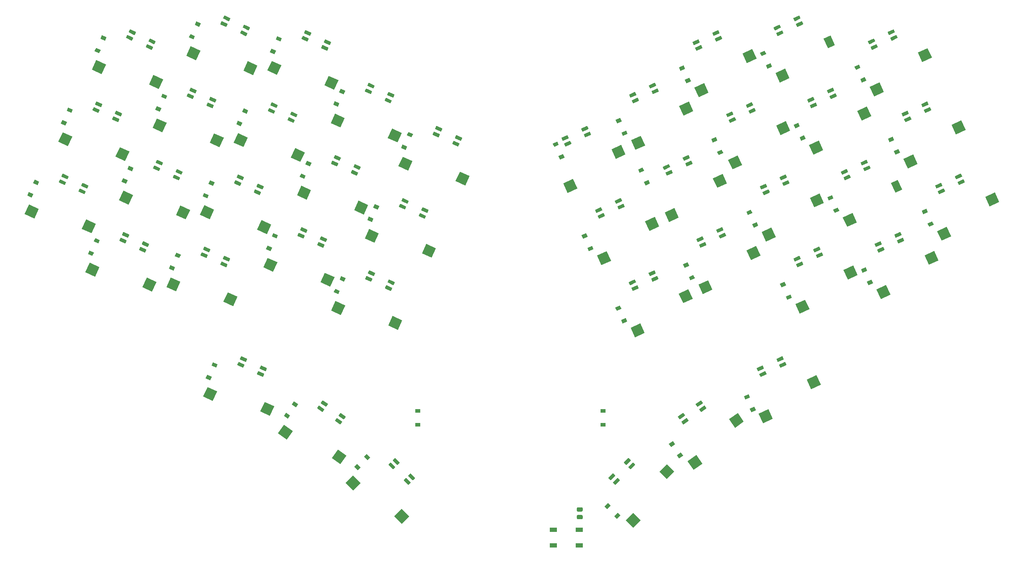
<source format=gbr>
%TF.GenerationSoftware,KiCad,Pcbnew,(5.1.10)-1*%
%TF.CreationDate,2021-12-08T15:35:40-08:00*%
%TF.ProjectId,barobord,6261726f-626f-4726-942e-6b696361645f,rev?*%
%TF.SameCoordinates,Original*%
%TF.FileFunction,Paste,Bot*%
%TF.FilePolarity,Positive*%
%FSLAX46Y46*%
G04 Gerber Fmt 4.6, Leading zero omitted, Abs format (unit mm)*
G04 Created by KiCad (PCBNEW (5.1.10)-1) date 2021-12-08 15:35:40*
%MOMM*%
%LPD*%
G01*
G04 APERTURE LIST*
%ADD10C,0.100000*%
%ADD11R,1.200000X0.900000*%
%ADD12R,1.800000X1.100000*%
G04 APERTURE END LIST*
D10*
%TO.C,SW29*%
G36*
X237917159Y-66132231D02*
G01*
X238973705Y-68398000D01*
X237342351Y-69158713D01*
X236285805Y-66892944D01*
X237917159Y-66132231D01*
G37*
G36*
X227104384Y-73976891D02*
G01*
X228160929Y-76242660D01*
X225849844Y-77320337D01*
X224793299Y-75054568D01*
X227104384Y-73976891D01*
G37*
%TD*%
%TO.C,SW9*%
G36*
X221857665Y-31692537D02*
G01*
X222914211Y-33958306D01*
X221282857Y-34719019D01*
X220226311Y-32453250D01*
X221857665Y-31692537D01*
G37*
G36*
X211044890Y-39537197D02*
G01*
X212101435Y-41802966D01*
X209790350Y-42880643D01*
X208733805Y-40614874D01*
X211044890Y-39537197D01*
G37*
%TD*%
%TO.C,D56*%
G36*
G01*
X120886772Y-71813910D02*
X119585314Y-71207030D01*
G75*
G02*
X119545652Y-71098058I34655J74317D01*
G01*
X119822890Y-70503520D01*
G75*
G02*
X119931862Y-70463858I74317J-34655D01*
G01*
X121233320Y-71070738D01*
G75*
G02*
X121272982Y-71179710I-34655J-74317D01*
G01*
X120995744Y-71774248D01*
G75*
G02*
X120886772Y-71813910I-74317J34655D01*
G01*
G37*
G36*
G01*
X120252844Y-73173372D02*
X118951386Y-72566492D01*
G75*
G02*
X118911724Y-72457520I34655J74317D01*
G01*
X119188962Y-71862982D01*
G75*
G02*
X119297934Y-71823320I74317J-34655D01*
G01*
X120599392Y-72430200D01*
G75*
G02*
X120639054Y-72539172I-34655J-74317D01*
G01*
X120361816Y-73133710D01*
G75*
G02*
X120252844Y-73173372I-74317J34655D01*
G01*
G37*
G36*
G01*
X125599572Y-74011525D02*
X124298114Y-73404645D01*
G75*
G02*
X124258452Y-73295673I34655J74317D01*
G01*
X124535690Y-72701135D01*
G75*
G02*
X124644662Y-72661473I74317J-34655D01*
G01*
X125946120Y-73268353D01*
G75*
G02*
X125985782Y-73377325I-34655J-74317D01*
G01*
X125708544Y-73971863D01*
G75*
G02*
X125599572Y-74011525I-74317J34655D01*
G01*
G37*
G36*
G01*
X124965645Y-75370987D02*
X123664187Y-74764107D01*
G75*
G02*
X123624525Y-74655135I34655J74317D01*
G01*
X123901763Y-74060597D01*
G75*
G02*
X124010735Y-74020935I74317J-34655D01*
G01*
X125312193Y-74627815D01*
G75*
G02*
X125351855Y-74736787I-34655J-74317D01*
G01*
X125074617Y-75331325D01*
G75*
G02*
X124965645Y-75370987I-74317J34655D01*
G01*
G37*
%TD*%
%TO.C,D59*%
G36*
G01*
X101493458Y-120240985D02*
X100317156Y-119417329D01*
G75*
G02*
X100297019Y-119303126I47033J67170D01*
G01*
X100673285Y-118765762D01*
G75*
G02*
X100787488Y-118745625I67170J-47033D01*
G01*
X101963790Y-119569281D01*
G75*
G02*
X101983927Y-119683484I-47033J-67170D01*
G01*
X101607661Y-120220848D01*
G75*
G02*
X101493458Y-120240985I-67170J47033D01*
G01*
G37*
G36*
G01*
X100633093Y-121469713D02*
X99456791Y-120646057D01*
G75*
G02*
X99436654Y-120531854I47033J67170D01*
G01*
X99812920Y-119994490D01*
G75*
G02*
X99927123Y-119974353I67170J-47033D01*
G01*
X101103425Y-120798009D01*
G75*
G02*
X101123562Y-120912212I-47033J-67170D01*
G01*
X100747296Y-121449576D01*
G75*
G02*
X100633093Y-121469713I-67170J47033D01*
G01*
G37*
G36*
G01*
X105753048Y-123223582D02*
X104576746Y-122399926D01*
G75*
G02*
X104556609Y-122285723I47033J67170D01*
G01*
X104932875Y-121748359D01*
G75*
G02*
X105047078Y-121728222I67170J-47033D01*
G01*
X106223380Y-122551878D01*
G75*
G02*
X106243517Y-122666081I-47033J-67170D01*
G01*
X105867251Y-123203445D01*
G75*
G02*
X105753048Y-123223582I-67170J47033D01*
G01*
G37*
G36*
G01*
X104892684Y-124452310D02*
X103716382Y-123628654D01*
G75*
G02*
X103696245Y-123514451I47033J67170D01*
G01*
X104072511Y-122977087D01*
G75*
G02*
X104186714Y-122956950I67170J-47033D01*
G01*
X105363016Y-123780606D01*
G75*
G02*
X105383153Y-123894809I-47033J-67170D01*
G01*
X105006887Y-124432173D01*
G75*
G02*
X104892684Y-124452310I-67170J47033D01*
G01*
G37*
%TD*%
D11*
%TO.C,D82*%
X167652593Y-121208404D03*
X167652593Y-124508404D03*
%TD*%
%TO.C,D81*%
X123452593Y-121208404D03*
X123452593Y-124508404D03*
%TD*%
%TO.C,D57*%
G36*
G01*
X112857026Y-89033757D02*
X111555568Y-88426877D01*
G75*
G02*
X111515906Y-88317905I34655J74317D01*
G01*
X111793144Y-87723367D01*
G75*
G02*
X111902116Y-87683705I74317J-34655D01*
G01*
X113203574Y-88290585D01*
G75*
G02*
X113243236Y-88399557I-34655J-74317D01*
G01*
X112965998Y-88994095D01*
G75*
G02*
X112857026Y-89033757I-74317J34655D01*
G01*
G37*
G36*
G01*
X112223098Y-90393219D02*
X110921640Y-89786339D01*
G75*
G02*
X110881978Y-89677367I34655J74317D01*
G01*
X111159216Y-89082829D01*
G75*
G02*
X111268188Y-89043167I74317J-34655D01*
G01*
X112569646Y-89650047D01*
G75*
G02*
X112609308Y-89759019I-34655J-74317D01*
G01*
X112332070Y-90353557D01*
G75*
G02*
X112223098Y-90393219I-74317J34655D01*
G01*
G37*
G36*
G01*
X117569826Y-91231372D02*
X116268368Y-90624492D01*
G75*
G02*
X116228706Y-90515520I34655J74317D01*
G01*
X116505944Y-89920982D01*
G75*
G02*
X116614916Y-89881320I74317J-34655D01*
G01*
X117916374Y-90488200D01*
G75*
G02*
X117956036Y-90597172I-34655J-74317D01*
G01*
X117678798Y-91191710D01*
G75*
G02*
X117569826Y-91231372I-74317J34655D01*
G01*
G37*
G36*
G01*
X116935899Y-92590834D02*
X115634441Y-91983954D01*
G75*
G02*
X115594779Y-91874982I34655J74317D01*
G01*
X115872017Y-91280444D01*
G75*
G02*
X115980989Y-91240782I74317J-34655D01*
G01*
X117282447Y-91847662D01*
G75*
G02*
X117322109Y-91956634I-34655J-74317D01*
G01*
X117044871Y-92551172D01*
G75*
G02*
X116935899Y-92590834I-74317J34655D01*
G01*
G37*
%TD*%
%TO.C,D45*%
G36*
G01*
X62254030Y-62678747D02*
X60952572Y-62071867D01*
G75*
G02*
X60912910Y-61962895I34655J74317D01*
G01*
X61190148Y-61368357D01*
G75*
G02*
X61299120Y-61328695I74317J-34655D01*
G01*
X62600578Y-61935575D01*
G75*
G02*
X62640240Y-62044547I-34655J-74317D01*
G01*
X62363002Y-62639085D01*
G75*
G02*
X62254030Y-62678747I-74317J34655D01*
G01*
G37*
G36*
G01*
X61620102Y-64038209D02*
X60318644Y-63431329D01*
G75*
G02*
X60278982Y-63322357I34655J74317D01*
G01*
X60556220Y-62727819D01*
G75*
G02*
X60665192Y-62688157I74317J-34655D01*
G01*
X61966650Y-63295037D01*
G75*
G02*
X62006312Y-63404009I-34655J-74317D01*
G01*
X61729074Y-63998547D01*
G75*
G02*
X61620102Y-64038209I-74317J34655D01*
G01*
G37*
G36*
G01*
X66966830Y-64876362D02*
X65665372Y-64269482D01*
G75*
G02*
X65625710Y-64160510I34655J74317D01*
G01*
X65902948Y-63565972D01*
G75*
G02*
X66011920Y-63526310I74317J-34655D01*
G01*
X67313378Y-64133190D01*
G75*
G02*
X67353040Y-64242162I-34655J-74317D01*
G01*
X67075802Y-64836700D01*
G75*
G02*
X66966830Y-64876362I-74317J34655D01*
G01*
G37*
G36*
G01*
X66332903Y-66235824D02*
X65031445Y-65628944D01*
G75*
G02*
X64991783Y-65519972I34655J74317D01*
G01*
X65269021Y-64925434D01*
G75*
G02*
X65377993Y-64885772I74317J-34655D01*
G01*
X66679451Y-65492652D01*
G75*
G02*
X66719113Y-65601624I-34655J-74317D01*
G01*
X66441875Y-66196162D01*
G75*
G02*
X66332903Y-66235824I-74317J34655D01*
G01*
G37*
%TD*%
%TO.C,D65*%
G36*
G01*
X167401886Y-73404645D02*
X166100428Y-74011525D01*
G75*
G02*
X165991456Y-73971863I-34655J74317D01*
G01*
X165714218Y-73377325D01*
G75*
G02*
X165753880Y-73268353I74317J34655D01*
G01*
X167055338Y-72661473D01*
G75*
G02*
X167164310Y-72701135I34655J-74317D01*
G01*
X167441548Y-73295673D01*
G75*
G02*
X167401886Y-73404645I-74317J-34655D01*
G01*
G37*
G36*
G01*
X168035813Y-74764107D02*
X166734355Y-75370987D01*
G75*
G02*
X166625383Y-75331325I-34655J74317D01*
G01*
X166348145Y-74736787D01*
G75*
G02*
X166387807Y-74627815I74317J34655D01*
G01*
X167689265Y-74020935D01*
G75*
G02*
X167798237Y-74060597I34655J-74317D01*
G01*
X168075475Y-74655135D01*
G75*
G02*
X168035813Y-74764107I-74317J-34655D01*
G01*
G37*
G36*
G01*
X172114686Y-71207030D02*
X170813228Y-71813910D01*
G75*
G02*
X170704256Y-71774248I-34655J74317D01*
G01*
X170427018Y-71179710D01*
G75*
G02*
X170466680Y-71070738I74317J34655D01*
G01*
X171768138Y-70463858D01*
G75*
G02*
X171877110Y-70503520I34655J-74317D01*
G01*
X172154348Y-71098058D01*
G75*
G02*
X172114686Y-71207030I-74317J-34655D01*
G01*
G37*
G36*
G01*
X172748614Y-72566492D02*
X171447156Y-73173372D01*
G75*
G02*
X171338184Y-73133710I-34655J74317D01*
G01*
X171060946Y-72539172D01*
G75*
G02*
X171100608Y-72430200I74317J34655D01*
G01*
X172402066Y-71823320D01*
G75*
G02*
X172511038Y-71862982I34655J-74317D01*
G01*
X172788276Y-72457520D01*
G75*
G02*
X172748614Y-72566492I-74317J-34655D01*
G01*
G37*
%TD*%
%TO.C,D53*%
G36*
G01*
X104723471Y-61518393D02*
X103422013Y-60911513D01*
G75*
G02*
X103382351Y-60802541I34655J74317D01*
G01*
X103659589Y-60208003D01*
G75*
G02*
X103768561Y-60168341I74317J-34655D01*
G01*
X105070019Y-60775221D01*
G75*
G02*
X105109681Y-60884193I-34655J-74317D01*
G01*
X104832443Y-61478731D01*
G75*
G02*
X104723471Y-61518393I-74317J34655D01*
G01*
G37*
G36*
G01*
X104089543Y-62877855D02*
X102788085Y-62270975D01*
G75*
G02*
X102748423Y-62162003I34655J74317D01*
G01*
X103025661Y-61567465D01*
G75*
G02*
X103134633Y-61527803I74317J-34655D01*
G01*
X104436091Y-62134683D01*
G75*
G02*
X104475753Y-62243655I-34655J-74317D01*
G01*
X104198515Y-62838193D01*
G75*
G02*
X104089543Y-62877855I-74317J34655D01*
G01*
G37*
G36*
G01*
X109436271Y-63716008D02*
X108134813Y-63109128D01*
G75*
G02*
X108095151Y-63000156I34655J74317D01*
G01*
X108372389Y-62405618D01*
G75*
G02*
X108481361Y-62365956I74317J-34655D01*
G01*
X109782819Y-62972836D01*
G75*
G02*
X109822481Y-63081808I-34655J-74317D01*
G01*
X109545243Y-63676346D01*
G75*
G02*
X109436271Y-63716008I-74317J34655D01*
G01*
G37*
G36*
G01*
X108802344Y-65075470D02*
X107500886Y-64468590D01*
G75*
G02*
X107461224Y-64359618I34655J74317D01*
G01*
X107738462Y-63765080D01*
G75*
G02*
X107847434Y-63725418I74317J-34655D01*
G01*
X109148892Y-64332298D01*
G75*
G02*
X109188554Y-64441270I-34655J-74317D01*
G01*
X108911316Y-65035808D01*
G75*
G02*
X108802344Y-65075470I-74317J34655D01*
G01*
G37*
%TD*%
%TO.C,D52*%
G36*
G01*
X96693724Y-78738241D02*
X95392266Y-78131361D01*
G75*
G02*
X95352604Y-78022389I34655J74317D01*
G01*
X95629842Y-77427851D01*
G75*
G02*
X95738814Y-77388189I74317J-34655D01*
G01*
X97040272Y-77995069D01*
G75*
G02*
X97079934Y-78104041I-34655J-74317D01*
G01*
X96802696Y-78698579D01*
G75*
G02*
X96693724Y-78738241I-74317J34655D01*
G01*
G37*
G36*
G01*
X96059796Y-80097703D02*
X94758338Y-79490823D01*
G75*
G02*
X94718676Y-79381851I34655J74317D01*
G01*
X94995914Y-78787313D01*
G75*
G02*
X95104886Y-78747651I74317J-34655D01*
G01*
X96406344Y-79354531D01*
G75*
G02*
X96446006Y-79463503I-34655J-74317D01*
G01*
X96168768Y-80058041D01*
G75*
G02*
X96059796Y-80097703I-74317J34655D01*
G01*
G37*
G36*
G01*
X101406524Y-80935856D02*
X100105066Y-80328976D01*
G75*
G02*
X100065404Y-80220004I34655J74317D01*
G01*
X100342642Y-79625466D01*
G75*
G02*
X100451614Y-79585804I74317J-34655D01*
G01*
X101753072Y-80192684D01*
G75*
G02*
X101792734Y-80301656I-34655J-74317D01*
G01*
X101515496Y-80896194D01*
G75*
G02*
X101406524Y-80935856I-74317J34655D01*
G01*
G37*
G36*
G01*
X100772597Y-82295318D02*
X99471139Y-81688438D01*
G75*
G02*
X99431477Y-81579466I34655J74317D01*
G01*
X99708715Y-80984928D01*
G75*
G02*
X99817687Y-80945266I74317J-34655D01*
G01*
X101119145Y-81552146D01*
G75*
G02*
X101158807Y-81661118I-34655J-74317D01*
G01*
X100881569Y-82255656D01*
G75*
G02*
X100772597Y-82295318I-74317J34655D01*
G01*
G37*
%TD*%
%TO.C,D54*%
G36*
G01*
X112753218Y-44298546D02*
X111451760Y-43691666D01*
G75*
G02*
X111412098Y-43582694I34655J74317D01*
G01*
X111689336Y-42988156D01*
G75*
G02*
X111798308Y-42948494I74317J-34655D01*
G01*
X113099766Y-43555374D01*
G75*
G02*
X113139428Y-43664346I-34655J-74317D01*
G01*
X112862190Y-44258884D01*
G75*
G02*
X112753218Y-44298546I-74317J34655D01*
G01*
G37*
G36*
G01*
X112119290Y-45658008D02*
X110817832Y-45051128D01*
G75*
G02*
X110778170Y-44942156I34655J74317D01*
G01*
X111055408Y-44347618D01*
G75*
G02*
X111164380Y-44307956I74317J-34655D01*
G01*
X112465838Y-44914836D01*
G75*
G02*
X112505500Y-45023808I-34655J-74317D01*
G01*
X112228262Y-45618346D01*
G75*
G02*
X112119290Y-45658008I-74317J34655D01*
G01*
G37*
G36*
G01*
X117466018Y-46496161D02*
X116164560Y-45889281D01*
G75*
G02*
X116124898Y-45780309I34655J74317D01*
G01*
X116402136Y-45185771D01*
G75*
G02*
X116511108Y-45146109I74317J-34655D01*
G01*
X117812566Y-45752989D01*
G75*
G02*
X117852228Y-45861961I-34655J-74317D01*
G01*
X117574990Y-46456499D01*
G75*
G02*
X117466018Y-46496161I-74317J34655D01*
G01*
G37*
G36*
G01*
X116832091Y-47855623D02*
X115530633Y-47248743D01*
G75*
G02*
X115490971Y-47139771I34655J74317D01*
G01*
X115768209Y-46545233D01*
G75*
G02*
X115877181Y-46505571I74317J-34655D01*
G01*
X117178639Y-47112451D01*
G75*
G02*
X117218301Y-47221423I-34655J-74317D01*
G01*
X116941063Y-47815961D01*
G75*
G02*
X116832091Y-47855623I-74317J34655D01*
G01*
G37*
%TD*%
D10*
%TO.C,SW24*%
G36*
X103570856Y-89348766D02*
G01*
X102514311Y-91614535D01*
X100203226Y-90536858D01*
X101259771Y-88271089D01*
X103570856Y-89348766D01*
G37*
G36*
X89945043Y-85797525D02*
G01*
X88888498Y-88063294D01*
X86577413Y-86985617D01*
X87633958Y-84719848D01*
X89945043Y-85797525D01*
G37*
%TD*%
%TO.C,SW4*%
G36*
X119630350Y-54909071D02*
G01*
X118573805Y-57174840D01*
X116262720Y-56097163D01*
X117319265Y-53831394D01*
X119630350Y-54909071D01*
G37*
G36*
X106004537Y-51357830D02*
G01*
X104947992Y-53623599D01*
X102636907Y-52545922D01*
X103693452Y-50280153D01*
X106004537Y-51357830D01*
G37*
%TD*%
%TO.C,SW14*%
G36*
X111600603Y-72128918D02*
G01*
X110544058Y-74394687D01*
X108232973Y-73317010D01*
X109289518Y-71051241D01*
X111600603Y-72128918D01*
G37*
G36*
X97974790Y-68577677D02*
G01*
X96918245Y-70843446D01*
X94607160Y-69765769D01*
X95663705Y-67500000D01*
X97974790Y-68577677D01*
G37*
%TD*%
%TO.C,SW34*%
G36*
X106423612Y-131884513D02*
G01*
X104989671Y-133932393D01*
X102900834Y-132469773D01*
X104334775Y-130421893D01*
X106423612Y-131884513D01*
G37*
G36*
X93621472Y-126021126D02*
G01*
X92187531Y-128069006D01*
X90098694Y-126606386D01*
X91532635Y-124558506D01*
X93621472Y-126021126D01*
G37*
%TD*%
%TO.C,SW7*%
G36*
X188084108Y-47441406D02*
G01*
X189140653Y-49707175D01*
X186829568Y-50784852D01*
X185773023Y-48519083D01*
X188084108Y-47441406D01*
G37*
G36*
X176605196Y-55596690D02*
G01*
X177661741Y-57862459D01*
X175350656Y-58940136D01*
X174294111Y-56674367D01*
X176605196Y-55596690D01*
G37*
%TD*%
%TO.C,SW40*%
G36*
X246613043Y-83041454D02*
G01*
X247669588Y-85307223D01*
X245358503Y-86384900D01*
X244301958Y-84119131D01*
X246613043Y-83041454D01*
G37*
G36*
X235134131Y-91196738D02*
G01*
X236190676Y-93462507D01*
X233879591Y-94540184D01*
X232823046Y-92274415D01*
X235134131Y-91196738D01*
G37*
%TD*%
%TO.C,SW39*%
G36*
X227280105Y-86539662D02*
G01*
X228336650Y-88805431D01*
X226025565Y-89883108D01*
X224969020Y-87617339D01*
X227280105Y-86539662D01*
G37*
G36*
X215801193Y-94694946D02*
G01*
X216857738Y-96960715D01*
X214546653Y-98038392D01*
X213490108Y-95772623D01*
X215801193Y-94694946D01*
G37*
%TD*%
%TO.C,SW38*%
G36*
X218512622Y-112695565D02*
G01*
X219569167Y-114961334D01*
X217258082Y-116039011D01*
X216201537Y-113773242D01*
X218512622Y-112695565D01*
G37*
G36*
X207033710Y-120850849D02*
G01*
X208090255Y-123116618D01*
X205779170Y-124194295D01*
X204722625Y-121928526D01*
X207033710Y-120850849D01*
G37*
%TD*%
%TO.C,SW37*%
G36*
X199750804Y-121749417D02*
G01*
X201184745Y-123797297D01*
X199095908Y-125259917D01*
X197661967Y-123212037D01*
X199750804Y-121749417D01*
G37*
G36*
X189862432Y-131774097D02*
G01*
X191296373Y-133821977D01*
X189207536Y-135284597D01*
X187773595Y-133236717D01*
X189862432Y-131774097D01*
G37*
%TD*%
%TO.C,SW36*%
G36*
X182846206Y-133923678D02*
G01*
X184613973Y-135691445D01*
X182810850Y-137494568D01*
X181043083Y-135726801D01*
X182846206Y-133923678D01*
G37*
G36*
X174848829Y-145513158D02*
G01*
X176616596Y-147280925D01*
X174813473Y-149084048D01*
X173045706Y-147316281D01*
X174848829Y-145513158D01*
G37*
%TD*%
%TO.C,SW35*%
G36*
X121348371Y-146418255D02*
G01*
X119580604Y-148186022D01*
X117777481Y-146382899D01*
X119545248Y-144615132D01*
X121348371Y-146418255D01*
G37*
G36*
X109758891Y-138420878D02*
G01*
X107991124Y-140188645D01*
X106188001Y-138385522D01*
X107955768Y-136617755D01*
X109758891Y-138420878D01*
G37*
%TD*%
%TO.C,SW33*%
G36*
X89201836Y-120163230D02*
G01*
X88145291Y-122428999D01*
X85834206Y-121351322D01*
X86890751Y-119085553D01*
X89201836Y-120163230D01*
G37*
G36*
X75576023Y-116611989D02*
G01*
X74519478Y-118877758D01*
X72208393Y-117800081D01*
X73264938Y-115534312D01*
X75576023Y-116611989D01*
G37*
%TD*%
%TO.C,SW32*%
G36*
X80434353Y-94007327D02*
G01*
X79377808Y-96273096D01*
X77066723Y-95195419D01*
X78123268Y-92929650D01*
X80434353Y-94007327D01*
G37*
G36*
X66808540Y-90456086D02*
G01*
X65751995Y-92721855D01*
X63440910Y-91644178D01*
X64497455Y-89378409D01*
X66808540Y-90456086D01*
G37*
%TD*%
%TO.C,SW31*%
G36*
X61101415Y-90509119D02*
G01*
X60044870Y-92774888D01*
X57733785Y-91697211D01*
X58790330Y-89431442D01*
X61101415Y-90509119D01*
G37*
G36*
X47475602Y-86957878D02*
G01*
X46419057Y-89223647D01*
X44107972Y-88145970D01*
X45164517Y-85880201D01*
X47475602Y-86957878D01*
G37*
%TD*%
%TO.C,SW30*%
G36*
X261085871Y-69120707D02*
G01*
X262142416Y-71386476D01*
X259831331Y-72464153D01*
X258774786Y-70198384D01*
X261085871Y-69120707D01*
G37*
G36*
X249606959Y-77275991D02*
G01*
X250663504Y-79541760D01*
X248352419Y-80619437D01*
X247295874Y-78353668D01*
X249606959Y-77275991D01*
G37*
%TD*%
%TO.C,SW28*%
G36*
X219250358Y-69319815D02*
G01*
X220306903Y-71585584D01*
X217995818Y-72663261D01*
X216939273Y-70397492D01*
X219250358Y-69319815D01*
G37*
G36*
X207771446Y-77475099D02*
G01*
X208827991Y-79740868D01*
X206516906Y-80818545D01*
X205460361Y-78552776D01*
X207771446Y-77475099D01*
G37*
%TD*%
%TO.C,SW27*%
G36*
X204143602Y-81881101D02*
G01*
X205200147Y-84146870D01*
X202889062Y-85224547D01*
X201832517Y-82958778D01*
X204143602Y-81881101D01*
G37*
G36*
X192664690Y-90036385D02*
G01*
X193721235Y-92302154D01*
X191410150Y-93379831D01*
X190353605Y-91114062D01*
X192664690Y-90036385D01*
G37*
%TD*%
%TO.C,SW26*%
G36*
X187980300Y-92176617D02*
G01*
X189036845Y-94442386D01*
X186725760Y-95520063D01*
X185669215Y-93254294D01*
X187980300Y-92176617D01*
G37*
G36*
X176501388Y-100331901D02*
G01*
X177557933Y-102597670D01*
X175246848Y-103675347D01*
X174190303Y-101409578D01*
X176501388Y-100331901D01*
G37*
%TD*%
%TO.C,SW25*%
G36*
X119734158Y-99644282D02*
G01*
X118677613Y-101910051D01*
X116366528Y-100832374D01*
X117423073Y-98566605D01*
X119734158Y-99644282D01*
G37*
G36*
X106108345Y-96093041D02*
G01*
X105051800Y-98358810D01*
X102740715Y-97281133D01*
X103797260Y-95015364D01*
X106108345Y-96093041D01*
G37*
%TD*%
%TO.C,SW23*%
G36*
X88464100Y-76787480D02*
G01*
X87407555Y-79053249D01*
X85096470Y-77975572D01*
X86153015Y-75709803D01*
X88464100Y-76787480D01*
G37*
G36*
X74838287Y-73236239D02*
G01*
X73781742Y-75502008D01*
X71470657Y-74424331D01*
X72527202Y-72158562D01*
X74838287Y-73236239D01*
G37*
%TD*%
%TO.C,SW22*%
G36*
X69131162Y-73289272D02*
G01*
X68074617Y-75555041D01*
X65763532Y-74477364D01*
X66820077Y-72211595D01*
X69131162Y-73289272D01*
G37*
G36*
X55505349Y-69738031D02*
G01*
X54448804Y-72003800D01*
X52137719Y-70926123D01*
X53194264Y-68660354D01*
X55505349Y-69738031D01*
G37*
%TD*%
%TO.C,SW21*%
G36*
X46628587Y-76588372D02*
G01*
X45572042Y-78854141D01*
X43260957Y-77776464D01*
X44317502Y-75510695D01*
X46628587Y-76588372D01*
G37*
G36*
X33002774Y-73037131D02*
G01*
X31946229Y-75302900D01*
X29635144Y-74225223D01*
X30691689Y-71959454D01*
X33002774Y-73037131D01*
G37*
%TD*%
%TO.C,SW20*%
G36*
X253056124Y-51900860D02*
G01*
X254112669Y-54166629D01*
X251801584Y-55244306D01*
X250745039Y-52978537D01*
X253056124Y-51900860D01*
G37*
G36*
X241577212Y-60056144D02*
G01*
X242633757Y-62321913D01*
X240322672Y-63399590D01*
X239266127Y-61133821D01*
X241577212Y-60056144D01*
G37*
%TD*%
%TO.C,SW19*%
G36*
X230553549Y-48601760D02*
G01*
X231610094Y-50867529D01*
X229299009Y-51945206D01*
X228242464Y-49679437D01*
X230553549Y-48601760D01*
G37*
G36*
X219074637Y-56757044D02*
G01*
X220131182Y-59022813D01*
X217820097Y-60100490D01*
X216763552Y-57834721D01*
X219074637Y-56757044D01*
G37*
%TD*%
%TO.C,SW18*%
G36*
X211220611Y-52099968D02*
G01*
X212277156Y-54365737D01*
X209966071Y-55443414D01*
X208909526Y-53177645D01*
X211220611Y-52099968D01*
G37*
G36*
X199741699Y-60255252D02*
G01*
X200798244Y-62521021D01*
X198487159Y-63598698D01*
X197430614Y-61332929D01*
X199741699Y-60255252D01*
G37*
%TD*%
%TO.C,SW17*%
G36*
X196113855Y-64661253D02*
G01*
X197170400Y-66927022D01*
X194859315Y-68004699D01*
X193802770Y-65738930D01*
X196113855Y-64661253D01*
G37*
G36*
X184634943Y-72816537D02*
G01*
X185691488Y-75082306D01*
X183380403Y-76159983D01*
X182323858Y-73894214D01*
X184634943Y-72816537D01*
G37*
%TD*%
%TO.C,SW16*%
G36*
X179950554Y-74956770D02*
G01*
X181007099Y-77222539D01*
X178696014Y-78300216D01*
X177639469Y-76034447D01*
X179950554Y-74956770D01*
G37*
G36*
X168471642Y-83112054D02*
G01*
X169528187Y-85377823D01*
X167217102Y-86455500D01*
X166160557Y-84189731D01*
X168471642Y-83112054D01*
G37*
%TD*%
%TO.C,SW15*%
G36*
X127763904Y-82424435D02*
G01*
X126707359Y-84690204D01*
X124396274Y-83612527D01*
X125452819Y-81346758D01*
X127763904Y-82424435D01*
G37*
G36*
X114138091Y-78873194D02*
G01*
X113081546Y-81138963D01*
X110770461Y-80061286D01*
X111827006Y-77795517D01*
X114138091Y-78873194D01*
G37*
%TD*%
%TO.C,SW13*%
G36*
X96493847Y-59567633D02*
G01*
X95437302Y-61833402D01*
X93126217Y-60755725D01*
X94182762Y-58489956D01*
X96493847Y-59567633D01*
G37*
G36*
X82868034Y-56016392D02*
G01*
X81811489Y-58282161D01*
X79500404Y-57204484D01*
X80556949Y-54938715D01*
X82868034Y-56016392D01*
G37*
%TD*%
%TO.C,SW12*%
G36*
X77160909Y-56069425D02*
G01*
X76104364Y-58335194D01*
X73793279Y-57257517D01*
X74849824Y-54991748D01*
X77160909Y-56069425D01*
G37*
G36*
X63535096Y-52518184D02*
G01*
X62478551Y-54783953D01*
X60167466Y-53706276D01*
X61224011Y-51440507D01*
X63535096Y-52518184D01*
G37*
%TD*%
%TO.C,SW11*%
G36*
X54658334Y-59368525D02*
G01*
X53601789Y-61634294D01*
X51290704Y-60556617D01*
X52347249Y-58290848D01*
X54658334Y-59368525D01*
G37*
G36*
X41032521Y-55817284D02*
G01*
X39975976Y-58083053D01*
X37664891Y-57005376D01*
X38721436Y-54739607D01*
X41032521Y-55817284D01*
G37*
%TD*%
%TO.C,SW10*%
G36*
X245026377Y-34681013D02*
G01*
X246082922Y-36946782D01*
X243771837Y-38024459D01*
X242715292Y-35758690D01*
X245026377Y-34681013D01*
G37*
G36*
X233547465Y-42836297D02*
G01*
X234604010Y-45102066D01*
X232292925Y-46179743D01*
X231236380Y-43913974D01*
X233547465Y-42836297D01*
G37*
%TD*%
%TO.C,SW8*%
G36*
X203190864Y-34880121D02*
G01*
X204247409Y-37145890D01*
X201936324Y-38223567D01*
X200879779Y-35957798D01*
X203190864Y-34880121D01*
G37*
G36*
X191711952Y-43035405D02*
G01*
X192768497Y-45301174D01*
X190457412Y-46378851D01*
X189400867Y-44113082D01*
X191711952Y-43035405D01*
G37*
%TD*%
%TO.C,SW6*%
G36*
X171920807Y-57736923D02*
G01*
X172977352Y-60002692D01*
X170666267Y-61080369D01*
X169609722Y-58814600D01*
X171920807Y-57736923D01*
G37*
G36*
X160441895Y-65892207D02*
G01*
X161498440Y-68157976D01*
X159187355Y-69235653D01*
X158130810Y-66969884D01*
X160441895Y-65892207D01*
G37*
%TD*%
%TO.C,SW5*%
G36*
X135793651Y-65204588D02*
G01*
X134737106Y-67470357D01*
X132426021Y-66392680D01*
X133482566Y-64126911D01*
X135793651Y-65204588D01*
G37*
G36*
X122167838Y-61653347D02*
G01*
X121111293Y-63919116D01*
X118800208Y-62841439D01*
X119856753Y-60575670D01*
X122167838Y-61653347D01*
G37*
%TD*%
%TO.C,SW3*%
G36*
X104523594Y-42347786D02*
G01*
X103467049Y-44613555D01*
X101155964Y-43535878D01*
X102212509Y-41270109D01*
X104523594Y-42347786D01*
G37*
G36*
X90897781Y-38796545D02*
G01*
X89841236Y-41062314D01*
X87530151Y-39984637D01*
X88586696Y-37718868D01*
X90897781Y-38796545D01*
G37*
%TD*%
%TO.C,SW2*%
G36*
X85190656Y-38849578D02*
G01*
X84134111Y-41115347D01*
X81823026Y-40037670D01*
X82879571Y-37771901D01*
X85190656Y-38849578D01*
G37*
G36*
X71564843Y-35298337D02*
G01*
X70508298Y-37564106D01*
X68197213Y-36486429D01*
X69253758Y-34220660D01*
X71564843Y-35298337D01*
G37*
%TD*%
%TO.C,SW1*%
G36*
X62688081Y-42148678D02*
G01*
X61631536Y-44414447D01*
X59320451Y-43336770D01*
X60376996Y-41071001D01*
X62688081Y-42148678D01*
G37*
G36*
X49062268Y-38597437D02*
G01*
X48005723Y-40863206D01*
X45694638Y-39785529D01*
X46751183Y-37519760D01*
X49062268Y-38597437D01*
G37*
%TD*%
D12*
%TO.C,SW41*%
X155756750Y-149608799D03*
X161956750Y-153308799D03*
X155756750Y-153308799D03*
X161956750Y-149608799D03*
%TD*%
%TO.C,R4*%
G36*
G01*
X161606748Y-146058799D02*
X162506752Y-146058799D01*
G75*
G02*
X162756750Y-146308797I0J-249998D01*
G01*
X162756750Y-146833801D01*
G75*
G02*
X162506752Y-147083799I-249998J0D01*
G01*
X161606748Y-147083799D01*
G75*
G02*
X161356750Y-146833801I0J249998D01*
G01*
X161356750Y-146308797D01*
G75*
G02*
X161606748Y-146058799I249998J0D01*
G01*
G37*
G36*
G01*
X161606748Y-144233799D02*
X162506752Y-144233799D01*
G75*
G02*
X162756750Y-144483797I0J-249998D01*
G01*
X162756750Y-145008801D01*
G75*
G02*
X162506752Y-145258799I-249998J0D01*
G01*
X161606748Y-145258799D01*
G75*
G02*
X161356750Y-145008801I0J249998D01*
G01*
X161356750Y-144483797D01*
G75*
G02*
X161606748Y-144233799I249998J0D01*
G01*
G37*
%TD*%
%TO.C,D77*%
G36*
G01*
X234064375Y-81489329D02*
X232762917Y-82096209D01*
G75*
G02*
X232653945Y-82056547I-34655J74317D01*
G01*
X232376707Y-81462009D01*
G75*
G02*
X232416369Y-81353037I74317J34655D01*
G01*
X233717827Y-80746157D01*
G75*
G02*
X233826799Y-80785819I34655J-74317D01*
G01*
X234104037Y-81380357D01*
G75*
G02*
X234064375Y-81489329I-74317J-34655D01*
G01*
G37*
G36*
G01*
X234698302Y-82848791D02*
X233396844Y-83455671D01*
G75*
G02*
X233287872Y-83416009I-34655J74317D01*
G01*
X233010634Y-82821471D01*
G75*
G02*
X233050296Y-82712499I74317J34655D01*
G01*
X234351754Y-82105619D01*
G75*
G02*
X234460726Y-82145281I34655J-74317D01*
G01*
X234737964Y-82739819D01*
G75*
G02*
X234698302Y-82848791I-74317J-34655D01*
G01*
G37*
G36*
G01*
X238777175Y-79291714D02*
X237475717Y-79898594D01*
G75*
G02*
X237366745Y-79858932I-34655J74317D01*
G01*
X237089507Y-79264394D01*
G75*
G02*
X237129169Y-79155422I74317J34655D01*
G01*
X238430627Y-78548542D01*
G75*
G02*
X238539599Y-78588204I34655J-74317D01*
G01*
X238816837Y-79182742D01*
G75*
G02*
X238777175Y-79291714I-74317J-34655D01*
G01*
G37*
G36*
G01*
X239411103Y-80651176D02*
X238109645Y-81258056D01*
G75*
G02*
X238000673Y-81218394I-34655J74317D01*
G01*
X237723435Y-80623856D01*
G75*
G02*
X237763097Y-80514884I74317J34655D01*
G01*
X239064555Y-79908004D01*
G75*
G02*
X239173527Y-79947666I34655J-74317D01*
G01*
X239450765Y-80542204D01*
G75*
G02*
X239411103Y-80651176I-74317J-34655D01*
G01*
G37*
%TD*%
%TO.C,D70*%
G36*
G01*
X214731437Y-84987537D02*
X213429979Y-85594417D01*
G75*
G02*
X213321007Y-85554755I-34655J74317D01*
G01*
X213043769Y-84960217D01*
G75*
G02*
X213083431Y-84851245I74317J34655D01*
G01*
X214384889Y-84244365D01*
G75*
G02*
X214493861Y-84284027I34655J-74317D01*
G01*
X214771099Y-84878565D01*
G75*
G02*
X214731437Y-84987537I-74317J-34655D01*
G01*
G37*
G36*
G01*
X215365364Y-86346999D02*
X214063906Y-86953879D01*
G75*
G02*
X213954934Y-86914217I-34655J74317D01*
G01*
X213677696Y-86319679D01*
G75*
G02*
X213717358Y-86210707I74317J34655D01*
G01*
X215018816Y-85603827D01*
G75*
G02*
X215127788Y-85643489I34655J-74317D01*
G01*
X215405026Y-86238027D01*
G75*
G02*
X215365364Y-86346999I-74317J-34655D01*
G01*
G37*
G36*
G01*
X219444237Y-82789922D02*
X218142779Y-83396802D01*
G75*
G02*
X218033807Y-83357140I-34655J74317D01*
G01*
X217756569Y-82762602D01*
G75*
G02*
X217796231Y-82653630I74317J34655D01*
G01*
X219097689Y-82046750D01*
G75*
G02*
X219206661Y-82086412I34655J-74317D01*
G01*
X219483899Y-82680950D01*
G75*
G02*
X219444237Y-82789922I-74317J-34655D01*
G01*
G37*
G36*
G01*
X220078165Y-84149384D02*
X218776707Y-84756264D01*
G75*
G02*
X218667735Y-84716602I-34655J74317D01*
G01*
X218390497Y-84122064D01*
G75*
G02*
X218430159Y-84013092I74317J34655D01*
G01*
X219731617Y-83406212D01*
G75*
G02*
X219840589Y-83445874I34655J-74317D01*
G01*
X220117827Y-84040412D01*
G75*
G02*
X220078165Y-84149384I-74317J-34655D01*
G01*
G37*
%TD*%
%TO.C,D63*%
G36*
G01*
X205963954Y-111143440D02*
X204662496Y-111750320D01*
G75*
G02*
X204553524Y-111710658I-34655J74317D01*
G01*
X204276286Y-111116120D01*
G75*
G02*
X204315948Y-111007148I74317J34655D01*
G01*
X205617406Y-110400268D01*
G75*
G02*
X205726378Y-110439930I34655J-74317D01*
G01*
X206003616Y-111034468D01*
G75*
G02*
X205963954Y-111143440I-74317J-34655D01*
G01*
G37*
G36*
G01*
X206597881Y-112502902D02*
X205296423Y-113109782D01*
G75*
G02*
X205187451Y-113070120I-34655J74317D01*
G01*
X204910213Y-112475582D01*
G75*
G02*
X204949875Y-112366610I74317J34655D01*
G01*
X206251333Y-111759730D01*
G75*
G02*
X206360305Y-111799392I34655J-74317D01*
G01*
X206637543Y-112393930D01*
G75*
G02*
X206597881Y-112502902I-74317J-34655D01*
G01*
G37*
G36*
G01*
X210676754Y-108945825D02*
X209375296Y-109552705D01*
G75*
G02*
X209266324Y-109513043I-34655J74317D01*
G01*
X208989086Y-108918505D01*
G75*
G02*
X209028748Y-108809533I74317J34655D01*
G01*
X210330206Y-108202653D01*
G75*
G02*
X210439178Y-108242315I34655J-74317D01*
G01*
X210716416Y-108836853D01*
G75*
G02*
X210676754Y-108945825I-74317J-34655D01*
G01*
G37*
G36*
G01*
X211310682Y-110305287D02*
X210009224Y-110912167D01*
G75*
G02*
X209900252Y-110872505I-34655J74317D01*
G01*
X209623014Y-110277967D01*
G75*
G02*
X209662676Y-110168995I74317J34655D01*
G01*
X210964134Y-109562115D01*
G75*
G02*
X211073106Y-109601777I34655J-74317D01*
G01*
X211350344Y-110196315D01*
G75*
G02*
X211310682Y-110305287I-74317J-34655D01*
G01*
G37*
%TD*%
%TO.C,D62*%
G36*
G01*
X187123254Y-122399926D02*
X185946952Y-123223582D01*
G75*
G02*
X185832749Y-123203445I-47033J67170D01*
G01*
X185456483Y-122666081D01*
G75*
G02*
X185476620Y-122551878I67170J47033D01*
G01*
X186652922Y-121728222D01*
G75*
G02*
X186767125Y-121748359I47033J-67170D01*
G01*
X187143391Y-122285723D01*
G75*
G02*
X187123254Y-122399926I-67170J-47033D01*
G01*
G37*
G36*
G01*
X187983618Y-123628654D02*
X186807316Y-124452310D01*
G75*
G02*
X186693113Y-124432173I-47033J67170D01*
G01*
X186316847Y-123894809D01*
G75*
G02*
X186336984Y-123780606I67170J47033D01*
G01*
X187513286Y-122956950D01*
G75*
G02*
X187627489Y-122977087I47033J-67170D01*
G01*
X188003755Y-123514451D01*
G75*
G02*
X187983618Y-123628654I-67170J-47033D01*
G01*
G37*
G36*
G01*
X191382844Y-119417329D02*
X190206542Y-120240985D01*
G75*
G02*
X190092339Y-120220848I-47033J67170D01*
G01*
X189716073Y-119683484D01*
G75*
G02*
X189736210Y-119569281I67170J47033D01*
G01*
X190912512Y-118745625D01*
G75*
G02*
X191026715Y-118765762I47033J-67170D01*
G01*
X191402981Y-119303126D01*
G75*
G02*
X191382844Y-119417329I-67170J-47033D01*
G01*
G37*
G36*
G01*
X192243209Y-120646057D02*
X191066907Y-121469713D01*
G75*
G02*
X190952704Y-121449576I-47033J67170D01*
G01*
X190576438Y-120912212D01*
G75*
G02*
X190596575Y-120798009I67170J47033D01*
G01*
X191772877Y-119974353D01*
G75*
G02*
X191887080Y-119994490I47033J-67170D01*
G01*
X192263346Y-120531854D01*
G75*
G02*
X192243209Y-120646057I-67170J-47033D01*
G01*
G37*
%TD*%
%TO.C,D61*%
G36*
G01*
X170523458Y-136757056D02*
X169508052Y-137772462D01*
G75*
G02*
X169392086Y-137772462I-57983J57983D01*
G01*
X168928224Y-137308600D01*
G75*
G02*
X168928224Y-137192634I57983J57983D01*
G01*
X169943630Y-136177228D01*
G75*
G02*
X170059596Y-136177228I57983J-57983D01*
G01*
X170523458Y-136641090D01*
G75*
G02*
X170523458Y-136757056I-57983J-57983D01*
G01*
G37*
G36*
G01*
X171584118Y-137817716D02*
X170568712Y-138833122D01*
G75*
G02*
X170452746Y-138833122I-57983J57983D01*
G01*
X169988884Y-138369260D01*
G75*
G02*
X169988884Y-138253294I57983J57983D01*
G01*
X171004290Y-137237888D01*
G75*
G02*
X171120256Y-137237888I57983J-57983D01*
G01*
X171584118Y-137701750D01*
G75*
G02*
X171584118Y-137817716I-57983J-57983D01*
G01*
G37*
G36*
G01*
X174200413Y-133080101D02*
X173185007Y-134095507D01*
G75*
G02*
X173069041Y-134095507I-57983J57983D01*
G01*
X172605179Y-133631645D01*
G75*
G02*
X172605179Y-133515679I57983J57983D01*
G01*
X173620585Y-132500273D01*
G75*
G02*
X173736551Y-132500273I57983J-57983D01*
G01*
X174200413Y-132964135D01*
G75*
G02*
X174200413Y-133080101I-57983J-57983D01*
G01*
G37*
G36*
G01*
X175261073Y-134140761D02*
X174245667Y-135156167D01*
G75*
G02*
X174129701Y-135156167I-57983J57983D01*
G01*
X173665839Y-134692305D01*
G75*
G02*
X173665839Y-134576339I57983J57983D01*
G01*
X174681245Y-133560933D01*
G75*
G02*
X174797211Y-133560933I57983J-57983D01*
G01*
X175261073Y-134024795D01*
G75*
G02*
X175261073Y-134140761I-57983J-57983D01*
G01*
G37*
%TD*%
%TO.C,D60*%
G36*
G01*
X118514993Y-134095507D02*
X117499587Y-133080101D01*
G75*
G02*
X117499587Y-132964135I57983J57983D01*
G01*
X117963449Y-132500273D01*
G75*
G02*
X118079415Y-132500273I57983J-57983D01*
G01*
X119094821Y-133515679D01*
G75*
G02*
X119094821Y-133631645I-57983J-57983D01*
G01*
X118630959Y-134095507D01*
G75*
G02*
X118514993Y-134095507I-57983J57983D01*
G01*
G37*
G36*
G01*
X117454333Y-135156167D02*
X116438927Y-134140761D01*
G75*
G02*
X116438927Y-134024795I57983J57983D01*
G01*
X116902789Y-133560933D01*
G75*
G02*
X117018755Y-133560933I57983J-57983D01*
G01*
X118034161Y-134576339D01*
G75*
G02*
X118034161Y-134692305I-57983J-57983D01*
G01*
X117570299Y-135156167D01*
G75*
G02*
X117454333Y-135156167I-57983J57983D01*
G01*
G37*
G36*
G01*
X122191948Y-137772462D02*
X121176542Y-136757056D01*
G75*
G02*
X121176542Y-136641090I57983J57983D01*
G01*
X121640404Y-136177228D01*
G75*
G02*
X121756370Y-136177228I57983J-57983D01*
G01*
X122771776Y-137192634D01*
G75*
G02*
X122771776Y-137308600I-57983J-57983D01*
G01*
X122307914Y-137772462D01*
G75*
G02*
X122191948Y-137772462I-57983J57983D01*
G01*
G37*
G36*
G01*
X121131288Y-138833122D02*
X120115882Y-137817716D01*
G75*
G02*
X120115882Y-137701750I57983J57983D01*
G01*
X120579744Y-137237888D01*
G75*
G02*
X120695710Y-137237888I57983J-57983D01*
G01*
X121711116Y-138253294D01*
G75*
G02*
X121711116Y-138369260I-57983J-57983D01*
G01*
X121247254Y-138833122D01*
G75*
G02*
X121131288Y-138833122I-57983J57983D01*
G01*
G37*
%TD*%
%TO.C,D58*%
G36*
G01*
X82324704Y-109552705D02*
X81023246Y-108945825D01*
G75*
G02*
X80983584Y-108836853I34655J74317D01*
G01*
X81260822Y-108242315D01*
G75*
G02*
X81369794Y-108202653I74317J-34655D01*
G01*
X82671252Y-108809533D01*
G75*
G02*
X82710914Y-108918505I-34655J-74317D01*
G01*
X82433676Y-109513043D01*
G75*
G02*
X82324704Y-109552705I-74317J34655D01*
G01*
G37*
G36*
G01*
X81690776Y-110912167D02*
X80389318Y-110305287D01*
G75*
G02*
X80349656Y-110196315I34655J74317D01*
G01*
X80626894Y-109601777D01*
G75*
G02*
X80735866Y-109562115I74317J-34655D01*
G01*
X82037324Y-110168995D01*
G75*
G02*
X82076986Y-110277967I-34655J-74317D01*
G01*
X81799748Y-110872505D01*
G75*
G02*
X81690776Y-110912167I-74317J34655D01*
G01*
G37*
G36*
G01*
X87037504Y-111750320D02*
X85736046Y-111143440D01*
G75*
G02*
X85696384Y-111034468I34655J74317D01*
G01*
X85973622Y-110439930D01*
G75*
G02*
X86082594Y-110400268I74317J-34655D01*
G01*
X87384052Y-111007148D01*
G75*
G02*
X87423714Y-111116120I-34655J-74317D01*
G01*
X87146476Y-111710658D01*
G75*
G02*
X87037504Y-111750320I-74317J34655D01*
G01*
G37*
G36*
G01*
X86403577Y-113109782D02*
X85102119Y-112502902D01*
G75*
G02*
X85062457Y-112393930I34655J74317D01*
G01*
X85339695Y-111799392D01*
G75*
G02*
X85448667Y-111759730I74317J-34655D01*
G01*
X86750125Y-112366610D01*
G75*
G02*
X86789787Y-112475582I-34655J-74317D01*
G01*
X86512549Y-113070120D01*
G75*
G02*
X86403577Y-113109782I-74317J34655D01*
G01*
G37*
%TD*%
%TO.C,D51*%
G36*
G01*
X73557221Y-83396802D02*
X72255763Y-82789922D01*
G75*
G02*
X72216101Y-82680950I34655J74317D01*
G01*
X72493339Y-82086412D01*
G75*
G02*
X72602311Y-82046750I74317J-34655D01*
G01*
X73903769Y-82653630D01*
G75*
G02*
X73943431Y-82762602I-34655J-74317D01*
G01*
X73666193Y-83357140D01*
G75*
G02*
X73557221Y-83396802I-74317J34655D01*
G01*
G37*
G36*
G01*
X72923293Y-84756264D02*
X71621835Y-84149384D01*
G75*
G02*
X71582173Y-84040412I34655J74317D01*
G01*
X71859411Y-83445874D01*
G75*
G02*
X71968383Y-83406212I74317J-34655D01*
G01*
X73269841Y-84013092D01*
G75*
G02*
X73309503Y-84122064I-34655J-74317D01*
G01*
X73032265Y-84716602D01*
G75*
G02*
X72923293Y-84756264I-74317J34655D01*
G01*
G37*
G36*
G01*
X78270021Y-85594417D02*
X76968563Y-84987537D01*
G75*
G02*
X76928901Y-84878565I34655J74317D01*
G01*
X77206139Y-84284027D01*
G75*
G02*
X77315111Y-84244365I74317J-34655D01*
G01*
X78616569Y-84851245D01*
G75*
G02*
X78656231Y-84960217I-34655J-74317D01*
G01*
X78378993Y-85554755D01*
G75*
G02*
X78270021Y-85594417I-74317J34655D01*
G01*
G37*
G36*
G01*
X77636094Y-86953879D02*
X76334636Y-86346999D01*
G75*
G02*
X76294974Y-86238027I34655J74317D01*
G01*
X76572212Y-85643489D01*
G75*
G02*
X76681184Y-85603827I74317J-34655D01*
G01*
X77982642Y-86210707D01*
G75*
G02*
X78022304Y-86319679I-34655J-74317D01*
G01*
X77745066Y-86914217D01*
G75*
G02*
X77636094Y-86953879I-74317J34655D01*
G01*
G37*
%TD*%
%TO.C,D44*%
G36*
G01*
X54224283Y-79898594D02*
X52922825Y-79291714D01*
G75*
G02*
X52883163Y-79182742I34655J74317D01*
G01*
X53160401Y-78588204D01*
G75*
G02*
X53269373Y-78548542I74317J-34655D01*
G01*
X54570831Y-79155422D01*
G75*
G02*
X54610493Y-79264394I-34655J-74317D01*
G01*
X54333255Y-79858932D01*
G75*
G02*
X54224283Y-79898594I-74317J34655D01*
G01*
G37*
G36*
G01*
X53590355Y-81258056D02*
X52288897Y-80651176D01*
G75*
G02*
X52249235Y-80542204I34655J74317D01*
G01*
X52526473Y-79947666D01*
G75*
G02*
X52635445Y-79908004I74317J-34655D01*
G01*
X53936903Y-80514884D01*
G75*
G02*
X53976565Y-80623856I-34655J-74317D01*
G01*
X53699327Y-81218394D01*
G75*
G02*
X53590355Y-81258056I-74317J34655D01*
G01*
G37*
G36*
G01*
X58937083Y-82096209D02*
X57635625Y-81489329D01*
G75*
G02*
X57595963Y-81380357I34655J74317D01*
G01*
X57873201Y-80785819D01*
G75*
G02*
X57982173Y-80746157I74317J-34655D01*
G01*
X59283631Y-81353037D01*
G75*
G02*
X59323293Y-81462009I-34655J-74317D01*
G01*
X59046055Y-82056547D01*
G75*
G02*
X58937083Y-82096209I-74317J34655D01*
G01*
G37*
G36*
G01*
X58303156Y-83455671D02*
X57001698Y-82848791D01*
G75*
G02*
X56962036Y-82739819I34655J74317D01*
G01*
X57239274Y-82145281D01*
G75*
G02*
X57348246Y-82105619I74317J-34655D01*
G01*
X58649704Y-82712499D01*
G75*
G02*
X58689366Y-82821471I-34655J-74317D01*
G01*
X58412128Y-83416009D01*
G75*
G02*
X58303156Y-83455671I-74317J34655D01*
G01*
G37*
%TD*%
%TO.C,D78*%
G36*
G01*
X248537203Y-67568582D02*
X247235745Y-68175462D01*
G75*
G02*
X247126773Y-68135800I-34655J74317D01*
G01*
X246849535Y-67541262D01*
G75*
G02*
X246889197Y-67432290I74317J34655D01*
G01*
X248190655Y-66825410D01*
G75*
G02*
X248299627Y-66865072I34655J-74317D01*
G01*
X248576865Y-67459610D01*
G75*
G02*
X248537203Y-67568582I-74317J-34655D01*
G01*
G37*
G36*
G01*
X249171130Y-68928044D02*
X247869672Y-69534924D01*
G75*
G02*
X247760700Y-69495262I-34655J74317D01*
G01*
X247483462Y-68900724D01*
G75*
G02*
X247523124Y-68791752I74317J34655D01*
G01*
X248824582Y-68184872D01*
G75*
G02*
X248933554Y-68224534I34655J-74317D01*
G01*
X249210792Y-68819072D01*
G75*
G02*
X249171130Y-68928044I-74317J-34655D01*
G01*
G37*
G36*
G01*
X253250003Y-65370967D02*
X251948545Y-65977847D01*
G75*
G02*
X251839573Y-65938185I-34655J74317D01*
G01*
X251562335Y-65343647D01*
G75*
G02*
X251601997Y-65234675I74317J34655D01*
G01*
X252903455Y-64627795D01*
G75*
G02*
X253012427Y-64667457I34655J-74317D01*
G01*
X253289665Y-65261995D01*
G75*
G02*
X253250003Y-65370967I-74317J-34655D01*
G01*
G37*
G36*
G01*
X253883931Y-66730429D02*
X252582473Y-67337309D01*
G75*
G02*
X252473501Y-67297647I-34655J74317D01*
G01*
X252196263Y-66703109D01*
G75*
G02*
X252235925Y-66594137I74317J34655D01*
G01*
X253537383Y-65987257D01*
G75*
G02*
X253646355Y-66026919I34655J-74317D01*
G01*
X253923593Y-66621457D01*
G75*
G02*
X253883931Y-66730429I-74317J-34655D01*
G01*
G37*
%TD*%
%TO.C,D76*%
G36*
G01*
X226034628Y-64269482D02*
X224733170Y-64876362D01*
G75*
G02*
X224624198Y-64836700I-34655J74317D01*
G01*
X224346960Y-64242162D01*
G75*
G02*
X224386622Y-64133190I74317J34655D01*
G01*
X225688080Y-63526310D01*
G75*
G02*
X225797052Y-63565972I34655J-74317D01*
G01*
X226074290Y-64160510D01*
G75*
G02*
X226034628Y-64269482I-74317J-34655D01*
G01*
G37*
G36*
G01*
X226668555Y-65628944D02*
X225367097Y-66235824D01*
G75*
G02*
X225258125Y-66196162I-34655J74317D01*
G01*
X224980887Y-65601624D01*
G75*
G02*
X225020549Y-65492652I74317J34655D01*
G01*
X226322007Y-64885772D01*
G75*
G02*
X226430979Y-64925434I34655J-74317D01*
G01*
X226708217Y-65519972D01*
G75*
G02*
X226668555Y-65628944I-74317J-34655D01*
G01*
G37*
G36*
G01*
X230747428Y-62071867D02*
X229445970Y-62678747D01*
G75*
G02*
X229336998Y-62639085I-34655J74317D01*
G01*
X229059760Y-62044547D01*
G75*
G02*
X229099422Y-61935575I74317J34655D01*
G01*
X230400880Y-61328695D01*
G75*
G02*
X230509852Y-61368357I34655J-74317D01*
G01*
X230787090Y-61962895D01*
G75*
G02*
X230747428Y-62071867I-74317J-34655D01*
G01*
G37*
G36*
G01*
X231381356Y-63431329D02*
X230079898Y-64038209D01*
G75*
G02*
X229970926Y-63998547I-34655J74317D01*
G01*
X229693688Y-63404009D01*
G75*
G02*
X229733350Y-63295037I74317J34655D01*
G01*
X231034808Y-62688157D01*
G75*
G02*
X231143780Y-62727819I34655J-74317D01*
G01*
X231421018Y-63322357D01*
G75*
G02*
X231381356Y-63431329I-74317J-34655D01*
G01*
G37*
%TD*%
%TO.C,D71*%
G36*
G01*
X206701690Y-67767690D02*
X205400232Y-68374570D01*
G75*
G02*
X205291260Y-68334908I-34655J74317D01*
G01*
X205014022Y-67740370D01*
G75*
G02*
X205053684Y-67631398I74317J34655D01*
G01*
X206355142Y-67024518D01*
G75*
G02*
X206464114Y-67064180I34655J-74317D01*
G01*
X206741352Y-67658718D01*
G75*
G02*
X206701690Y-67767690I-74317J-34655D01*
G01*
G37*
G36*
G01*
X207335617Y-69127152D02*
X206034159Y-69734032D01*
G75*
G02*
X205925187Y-69694370I-34655J74317D01*
G01*
X205647949Y-69099832D01*
G75*
G02*
X205687611Y-68990860I74317J34655D01*
G01*
X206989069Y-68383980D01*
G75*
G02*
X207098041Y-68423642I34655J-74317D01*
G01*
X207375279Y-69018180D01*
G75*
G02*
X207335617Y-69127152I-74317J-34655D01*
G01*
G37*
G36*
G01*
X211414490Y-65570075D02*
X210113032Y-66176955D01*
G75*
G02*
X210004060Y-66137293I-34655J74317D01*
G01*
X209726822Y-65542755D01*
G75*
G02*
X209766484Y-65433783I74317J34655D01*
G01*
X211067942Y-64826903D01*
G75*
G02*
X211176914Y-64866565I34655J-74317D01*
G01*
X211454152Y-65461103D01*
G75*
G02*
X211414490Y-65570075I-74317J-34655D01*
G01*
G37*
G36*
G01*
X212048418Y-66929537D02*
X210746960Y-67536417D01*
G75*
G02*
X210637988Y-67496755I-34655J74317D01*
G01*
X210360750Y-66902217D01*
G75*
G02*
X210400412Y-66793245I74317J34655D01*
G01*
X211701870Y-66186365D01*
G75*
G02*
X211810842Y-66226027I34655J-74317D01*
G01*
X212088080Y-66820565D01*
G75*
G02*
X212048418Y-66929537I-74317J-34655D01*
G01*
G37*
%TD*%
%TO.C,D69*%
G36*
G01*
X191594934Y-80328976D02*
X190293476Y-80935856D01*
G75*
G02*
X190184504Y-80896194I-34655J74317D01*
G01*
X189907266Y-80301656D01*
G75*
G02*
X189946928Y-80192684I74317J34655D01*
G01*
X191248386Y-79585804D01*
G75*
G02*
X191357358Y-79625466I34655J-74317D01*
G01*
X191634596Y-80220004D01*
G75*
G02*
X191594934Y-80328976I-74317J-34655D01*
G01*
G37*
G36*
G01*
X192228861Y-81688438D02*
X190927403Y-82295318D01*
G75*
G02*
X190818431Y-82255656I-34655J74317D01*
G01*
X190541193Y-81661118D01*
G75*
G02*
X190580855Y-81552146I74317J34655D01*
G01*
X191882313Y-80945266D01*
G75*
G02*
X191991285Y-80984928I34655J-74317D01*
G01*
X192268523Y-81579466D01*
G75*
G02*
X192228861Y-81688438I-74317J-34655D01*
G01*
G37*
G36*
G01*
X196307734Y-78131361D02*
X195006276Y-78738241D01*
G75*
G02*
X194897304Y-78698579I-34655J74317D01*
G01*
X194620066Y-78104041D01*
G75*
G02*
X194659728Y-77995069I74317J34655D01*
G01*
X195961186Y-77388189D01*
G75*
G02*
X196070158Y-77427851I34655J-74317D01*
G01*
X196347396Y-78022389D01*
G75*
G02*
X196307734Y-78131361I-74317J-34655D01*
G01*
G37*
G36*
G01*
X196941662Y-79490823D02*
X195640204Y-80097703D01*
G75*
G02*
X195531232Y-80058041I-34655J74317D01*
G01*
X195253994Y-79463503D01*
G75*
G02*
X195293656Y-79354531I74317J34655D01*
G01*
X196595114Y-78747651D01*
G75*
G02*
X196704086Y-78787313I34655J-74317D01*
G01*
X196981324Y-79381851D01*
G75*
G02*
X196941662Y-79490823I-74317J-34655D01*
G01*
G37*
%TD*%
%TO.C,D64*%
G36*
G01*
X175431632Y-90624492D02*
X174130174Y-91231372D01*
G75*
G02*
X174021202Y-91191710I-34655J74317D01*
G01*
X173743964Y-90597172D01*
G75*
G02*
X173783626Y-90488200I74317J34655D01*
G01*
X175085084Y-89881320D01*
G75*
G02*
X175194056Y-89920982I34655J-74317D01*
G01*
X175471294Y-90515520D01*
G75*
G02*
X175431632Y-90624492I-74317J-34655D01*
G01*
G37*
G36*
G01*
X176065559Y-91983954D02*
X174764101Y-92590834D01*
G75*
G02*
X174655129Y-92551172I-34655J74317D01*
G01*
X174377891Y-91956634D01*
G75*
G02*
X174417553Y-91847662I74317J34655D01*
G01*
X175719011Y-91240782D01*
G75*
G02*
X175827983Y-91280444I34655J-74317D01*
G01*
X176105221Y-91874982D01*
G75*
G02*
X176065559Y-91983954I-74317J-34655D01*
G01*
G37*
G36*
G01*
X180144432Y-88426877D02*
X178842974Y-89033757D01*
G75*
G02*
X178734002Y-88994095I-34655J74317D01*
G01*
X178456764Y-88399557D01*
G75*
G02*
X178496426Y-88290585I74317J34655D01*
G01*
X179797884Y-87683705D01*
G75*
G02*
X179906856Y-87723367I34655J-74317D01*
G01*
X180184094Y-88317905D01*
G75*
G02*
X180144432Y-88426877I-74317J-34655D01*
G01*
G37*
G36*
G01*
X180778360Y-89786339D02*
X179476902Y-90393219D01*
G75*
G02*
X179367930Y-90353557I-34655J74317D01*
G01*
X179090692Y-89759019D01*
G75*
G02*
X179130354Y-89650047I74317J34655D01*
G01*
X180431812Y-89043167D01*
G75*
G02*
X180540784Y-89082829I34655J-74317D01*
G01*
X180818022Y-89677367D01*
G75*
G02*
X180778360Y-89786339I-74317J-34655D01*
G01*
G37*
%TD*%
%TO.C,D50*%
G36*
G01*
X81586968Y-66176955D02*
X80285510Y-65570075D01*
G75*
G02*
X80245848Y-65461103I34655J74317D01*
G01*
X80523086Y-64866565D01*
G75*
G02*
X80632058Y-64826903I74317J-34655D01*
G01*
X81933516Y-65433783D01*
G75*
G02*
X81973178Y-65542755I-34655J-74317D01*
G01*
X81695940Y-66137293D01*
G75*
G02*
X81586968Y-66176955I-74317J34655D01*
G01*
G37*
G36*
G01*
X80953040Y-67536417D02*
X79651582Y-66929537D01*
G75*
G02*
X79611920Y-66820565I34655J74317D01*
G01*
X79889158Y-66226027D01*
G75*
G02*
X79998130Y-66186365I74317J-34655D01*
G01*
X81299588Y-66793245D01*
G75*
G02*
X81339250Y-66902217I-34655J-74317D01*
G01*
X81062012Y-67496755D01*
G75*
G02*
X80953040Y-67536417I-74317J34655D01*
G01*
G37*
G36*
G01*
X86299768Y-68374570D02*
X84998310Y-67767690D01*
G75*
G02*
X84958648Y-67658718I34655J74317D01*
G01*
X85235886Y-67064180D01*
G75*
G02*
X85344858Y-67024518I74317J-34655D01*
G01*
X86646316Y-67631398D01*
G75*
G02*
X86685978Y-67740370I-34655J-74317D01*
G01*
X86408740Y-68334908D01*
G75*
G02*
X86299768Y-68374570I-74317J34655D01*
G01*
G37*
G36*
G01*
X85665841Y-69734032D02*
X84364383Y-69127152D01*
G75*
G02*
X84324721Y-69018180I34655J74317D01*
G01*
X84601959Y-68423642D01*
G75*
G02*
X84710931Y-68383980I74317J-34655D01*
G01*
X86012389Y-68990860D01*
G75*
G02*
X86052051Y-69099832I-34655J-74317D01*
G01*
X85774813Y-69694370D01*
G75*
G02*
X85665841Y-69734032I-74317J34655D01*
G01*
G37*
%TD*%
%TO.C,D43*%
G36*
G01*
X39751455Y-65977847D02*
X38449997Y-65370967D01*
G75*
G02*
X38410335Y-65261995I34655J74317D01*
G01*
X38687573Y-64667457D01*
G75*
G02*
X38796545Y-64627795I74317J-34655D01*
G01*
X40098003Y-65234675D01*
G75*
G02*
X40137665Y-65343647I-34655J-74317D01*
G01*
X39860427Y-65938185D01*
G75*
G02*
X39751455Y-65977847I-74317J34655D01*
G01*
G37*
G36*
G01*
X39117527Y-67337309D02*
X37816069Y-66730429D01*
G75*
G02*
X37776407Y-66621457I34655J74317D01*
G01*
X38053645Y-66026919D01*
G75*
G02*
X38162617Y-65987257I74317J-34655D01*
G01*
X39464075Y-66594137D01*
G75*
G02*
X39503737Y-66703109I-34655J-74317D01*
G01*
X39226499Y-67297647D01*
G75*
G02*
X39117527Y-67337309I-74317J34655D01*
G01*
G37*
G36*
G01*
X44464255Y-68175462D02*
X43162797Y-67568582D01*
G75*
G02*
X43123135Y-67459610I34655J74317D01*
G01*
X43400373Y-66865072D01*
G75*
G02*
X43509345Y-66825410I74317J-34655D01*
G01*
X44810803Y-67432290D01*
G75*
G02*
X44850465Y-67541262I-34655J-74317D01*
G01*
X44573227Y-68135800D01*
G75*
G02*
X44464255Y-68175462I-74317J34655D01*
G01*
G37*
G36*
G01*
X43830328Y-69534924D02*
X42528870Y-68928044D01*
G75*
G02*
X42489208Y-68819072I34655J74317D01*
G01*
X42766446Y-68224534D01*
G75*
G02*
X42875418Y-68184872I74317J-34655D01*
G01*
X44176876Y-68791752D01*
G75*
G02*
X44216538Y-68900724I-34655J-74317D01*
G01*
X43939300Y-69495262D01*
G75*
G02*
X43830328Y-69534924I-74317J34655D01*
G01*
G37*
%TD*%
%TO.C,D79*%
G36*
G01*
X240507456Y-50348735D02*
X239205998Y-50955615D01*
G75*
G02*
X239097026Y-50915953I-34655J74317D01*
G01*
X238819788Y-50321415D01*
G75*
G02*
X238859450Y-50212443I74317J34655D01*
G01*
X240160908Y-49605563D01*
G75*
G02*
X240269880Y-49645225I34655J-74317D01*
G01*
X240547118Y-50239763D01*
G75*
G02*
X240507456Y-50348735I-74317J-34655D01*
G01*
G37*
G36*
G01*
X241141383Y-51708197D02*
X239839925Y-52315077D01*
G75*
G02*
X239730953Y-52275415I-34655J74317D01*
G01*
X239453715Y-51680877D01*
G75*
G02*
X239493377Y-51571905I74317J34655D01*
G01*
X240794835Y-50965025D01*
G75*
G02*
X240903807Y-51004687I34655J-74317D01*
G01*
X241181045Y-51599225D01*
G75*
G02*
X241141383Y-51708197I-74317J-34655D01*
G01*
G37*
G36*
G01*
X245220256Y-48151120D02*
X243918798Y-48758000D01*
G75*
G02*
X243809826Y-48718338I-34655J74317D01*
G01*
X243532588Y-48123800D01*
G75*
G02*
X243572250Y-48014828I74317J34655D01*
G01*
X244873708Y-47407948D01*
G75*
G02*
X244982680Y-47447610I34655J-74317D01*
G01*
X245259918Y-48042148D01*
G75*
G02*
X245220256Y-48151120I-74317J-34655D01*
G01*
G37*
G36*
G01*
X245854184Y-49510582D02*
X244552726Y-50117462D01*
G75*
G02*
X244443754Y-50077800I-34655J74317D01*
G01*
X244166516Y-49483262D01*
G75*
G02*
X244206178Y-49374290I74317J34655D01*
G01*
X245507636Y-48767410D01*
G75*
G02*
X245616608Y-48807072I34655J-74317D01*
G01*
X245893846Y-49401610D01*
G75*
G02*
X245854184Y-49510582I-74317J-34655D01*
G01*
G37*
%TD*%
%TO.C,D75*%
G36*
G01*
X218004881Y-47049635D02*
X216703423Y-47656515D01*
G75*
G02*
X216594451Y-47616853I-34655J74317D01*
G01*
X216317213Y-47022315D01*
G75*
G02*
X216356875Y-46913343I74317J34655D01*
G01*
X217658333Y-46306463D01*
G75*
G02*
X217767305Y-46346125I34655J-74317D01*
G01*
X218044543Y-46940663D01*
G75*
G02*
X218004881Y-47049635I-74317J-34655D01*
G01*
G37*
G36*
G01*
X218638808Y-48409097D02*
X217337350Y-49015977D01*
G75*
G02*
X217228378Y-48976315I-34655J74317D01*
G01*
X216951140Y-48381777D01*
G75*
G02*
X216990802Y-48272805I74317J34655D01*
G01*
X218292260Y-47665925D01*
G75*
G02*
X218401232Y-47705587I34655J-74317D01*
G01*
X218678470Y-48300125D01*
G75*
G02*
X218638808Y-48409097I-74317J-34655D01*
G01*
G37*
G36*
G01*
X222717681Y-44852020D02*
X221416223Y-45458900D01*
G75*
G02*
X221307251Y-45419238I-34655J74317D01*
G01*
X221030013Y-44824700D01*
G75*
G02*
X221069675Y-44715728I74317J34655D01*
G01*
X222371133Y-44108848D01*
G75*
G02*
X222480105Y-44148510I34655J-74317D01*
G01*
X222757343Y-44743048D01*
G75*
G02*
X222717681Y-44852020I-74317J-34655D01*
G01*
G37*
G36*
G01*
X223351609Y-46211482D02*
X222050151Y-46818362D01*
G75*
G02*
X221941179Y-46778700I-34655J74317D01*
G01*
X221663941Y-46184162D01*
G75*
G02*
X221703603Y-46075190I74317J34655D01*
G01*
X223005061Y-45468310D01*
G75*
G02*
X223114033Y-45507972I34655J-74317D01*
G01*
X223391271Y-46102510D01*
G75*
G02*
X223351609Y-46211482I-74317J-34655D01*
G01*
G37*
%TD*%
%TO.C,D72*%
G36*
G01*
X198671943Y-50547843D02*
X197370485Y-51154723D01*
G75*
G02*
X197261513Y-51115061I-34655J74317D01*
G01*
X196984275Y-50520523D01*
G75*
G02*
X197023937Y-50411551I74317J34655D01*
G01*
X198325395Y-49804671D01*
G75*
G02*
X198434367Y-49844333I34655J-74317D01*
G01*
X198711605Y-50438871D01*
G75*
G02*
X198671943Y-50547843I-74317J-34655D01*
G01*
G37*
G36*
G01*
X199305870Y-51907305D02*
X198004412Y-52514185D01*
G75*
G02*
X197895440Y-52474523I-34655J74317D01*
G01*
X197618202Y-51879985D01*
G75*
G02*
X197657864Y-51771013I74317J34655D01*
G01*
X198959322Y-51164133D01*
G75*
G02*
X199068294Y-51203795I34655J-74317D01*
G01*
X199345532Y-51798333D01*
G75*
G02*
X199305870Y-51907305I-74317J-34655D01*
G01*
G37*
G36*
G01*
X203384743Y-48350228D02*
X202083285Y-48957108D01*
G75*
G02*
X201974313Y-48917446I-34655J74317D01*
G01*
X201697075Y-48322908D01*
G75*
G02*
X201736737Y-48213936I74317J34655D01*
G01*
X203038195Y-47607056D01*
G75*
G02*
X203147167Y-47646718I34655J-74317D01*
G01*
X203424405Y-48241256D01*
G75*
G02*
X203384743Y-48350228I-74317J-34655D01*
G01*
G37*
G36*
G01*
X204018671Y-49709690D02*
X202717213Y-50316570D01*
G75*
G02*
X202608241Y-50276908I-34655J74317D01*
G01*
X202331003Y-49682370D01*
G75*
G02*
X202370665Y-49573398I74317J34655D01*
G01*
X203672123Y-48966518D01*
G75*
G02*
X203781095Y-49006180I34655J-74317D01*
G01*
X204058333Y-49600718D01*
G75*
G02*
X204018671Y-49709690I-74317J-34655D01*
G01*
G37*
%TD*%
%TO.C,D68*%
G36*
G01*
X183565187Y-63109128D02*
X182263729Y-63716008D01*
G75*
G02*
X182154757Y-63676346I-34655J74317D01*
G01*
X181877519Y-63081808D01*
G75*
G02*
X181917181Y-62972836I74317J34655D01*
G01*
X183218639Y-62365956D01*
G75*
G02*
X183327611Y-62405618I34655J-74317D01*
G01*
X183604849Y-63000156D01*
G75*
G02*
X183565187Y-63109128I-74317J-34655D01*
G01*
G37*
G36*
G01*
X184199114Y-64468590D02*
X182897656Y-65075470D01*
G75*
G02*
X182788684Y-65035808I-34655J74317D01*
G01*
X182511446Y-64441270D01*
G75*
G02*
X182551108Y-64332298I74317J34655D01*
G01*
X183852566Y-63725418D01*
G75*
G02*
X183961538Y-63765080I34655J-74317D01*
G01*
X184238776Y-64359618D01*
G75*
G02*
X184199114Y-64468590I-74317J-34655D01*
G01*
G37*
G36*
G01*
X188277987Y-60911513D02*
X186976529Y-61518393D01*
G75*
G02*
X186867557Y-61478731I-34655J74317D01*
G01*
X186590319Y-60884193D01*
G75*
G02*
X186629981Y-60775221I74317J34655D01*
G01*
X187931439Y-60168341D01*
G75*
G02*
X188040411Y-60208003I34655J-74317D01*
G01*
X188317649Y-60802541D01*
G75*
G02*
X188277987Y-60911513I-74317J-34655D01*
G01*
G37*
G36*
G01*
X188911915Y-62270975D02*
X187610457Y-62877855D01*
G75*
G02*
X187501485Y-62838193I-34655J74317D01*
G01*
X187224247Y-62243655D01*
G75*
G02*
X187263909Y-62134683I74317J34655D01*
G01*
X188565367Y-61527803D01*
G75*
G02*
X188674339Y-61567465I34655J-74317D01*
G01*
X188951577Y-62162003D01*
G75*
G02*
X188911915Y-62270975I-74317J-34655D01*
G01*
G37*
%TD*%
%TO.C,D49*%
G36*
G01*
X89616715Y-48957108D02*
X88315257Y-48350228D01*
G75*
G02*
X88275595Y-48241256I34655J74317D01*
G01*
X88552833Y-47646718D01*
G75*
G02*
X88661805Y-47607056I74317J-34655D01*
G01*
X89963263Y-48213936D01*
G75*
G02*
X90002925Y-48322908I-34655J-74317D01*
G01*
X89725687Y-48917446D01*
G75*
G02*
X89616715Y-48957108I-74317J34655D01*
G01*
G37*
G36*
G01*
X88982787Y-50316570D02*
X87681329Y-49709690D01*
G75*
G02*
X87641667Y-49600718I34655J74317D01*
G01*
X87918905Y-49006180D01*
G75*
G02*
X88027877Y-48966518I74317J-34655D01*
G01*
X89329335Y-49573398D01*
G75*
G02*
X89368997Y-49682370I-34655J-74317D01*
G01*
X89091759Y-50276908D01*
G75*
G02*
X88982787Y-50316570I-74317J34655D01*
G01*
G37*
G36*
G01*
X94329515Y-51154723D02*
X93028057Y-50547843D01*
G75*
G02*
X92988395Y-50438871I34655J74317D01*
G01*
X93265633Y-49844333D01*
G75*
G02*
X93374605Y-49804671I74317J-34655D01*
G01*
X94676063Y-50411551D01*
G75*
G02*
X94715725Y-50520523I-34655J-74317D01*
G01*
X94438487Y-51115061D01*
G75*
G02*
X94329515Y-51154723I-74317J34655D01*
G01*
G37*
G36*
G01*
X93695588Y-52514185D02*
X92394130Y-51907305D01*
G75*
G02*
X92354468Y-51798333I34655J74317D01*
G01*
X92631706Y-51203795D01*
G75*
G02*
X92740678Y-51164133I74317J-34655D01*
G01*
X94042136Y-51771013D01*
G75*
G02*
X94081798Y-51879985I-34655J-74317D01*
G01*
X93804560Y-52474523D01*
G75*
G02*
X93695588Y-52514185I-74317J34655D01*
G01*
G37*
%TD*%
%TO.C,D46*%
G36*
G01*
X70283777Y-45458900D02*
X68982319Y-44852020D01*
G75*
G02*
X68942657Y-44743048I34655J74317D01*
G01*
X69219895Y-44148510D01*
G75*
G02*
X69328867Y-44108848I74317J-34655D01*
G01*
X70630325Y-44715728D01*
G75*
G02*
X70669987Y-44824700I-34655J-74317D01*
G01*
X70392749Y-45419238D01*
G75*
G02*
X70283777Y-45458900I-74317J34655D01*
G01*
G37*
G36*
G01*
X69649849Y-46818362D02*
X68348391Y-46211482D01*
G75*
G02*
X68308729Y-46102510I34655J74317D01*
G01*
X68585967Y-45507972D01*
G75*
G02*
X68694939Y-45468310I74317J-34655D01*
G01*
X69996397Y-46075190D01*
G75*
G02*
X70036059Y-46184162I-34655J-74317D01*
G01*
X69758821Y-46778700D01*
G75*
G02*
X69649849Y-46818362I-74317J34655D01*
G01*
G37*
G36*
G01*
X74996577Y-47656515D02*
X73695119Y-47049635D01*
G75*
G02*
X73655457Y-46940663I34655J74317D01*
G01*
X73932695Y-46346125D01*
G75*
G02*
X74041667Y-46306463I74317J-34655D01*
G01*
X75343125Y-46913343D01*
G75*
G02*
X75382787Y-47022315I-34655J-74317D01*
G01*
X75105549Y-47616853D01*
G75*
G02*
X74996577Y-47656515I-74317J34655D01*
G01*
G37*
G36*
G01*
X74362650Y-49015977D02*
X73061192Y-48409097D01*
G75*
G02*
X73021530Y-48300125I34655J74317D01*
G01*
X73298768Y-47705587D01*
G75*
G02*
X73407740Y-47665925I74317J-34655D01*
G01*
X74709198Y-48272805D01*
G75*
G02*
X74748860Y-48381777I-34655J-74317D01*
G01*
X74471622Y-48976315D01*
G75*
G02*
X74362650Y-49015977I-74317J34655D01*
G01*
G37*
%TD*%
%TO.C,D42*%
G36*
G01*
X47781202Y-48758000D02*
X46479744Y-48151120D01*
G75*
G02*
X46440082Y-48042148I34655J74317D01*
G01*
X46717320Y-47447610D01*
G75*
G02*
X46826292Y-47407948I74317J-34655D01*
G01*
X48127750Y-48014828D01*
G75*
G02*
X48167412Y-48123800I-34655J-74317D01*
G01*
X47890174Y-48718338D01*
G75*
G02*
X47781202Y-48758000I-74317J34655D01*
G01*
G37*
G36*
G01*
X47147274Y-50117462D02*
X45845816Y-49510582D01*
G75*
G02*
X45806154Y-49401610I34655J74317D01*
G01*
X46083392Y-48807072D01*
G75*
G02*
X46192364Y-48767410I74317J-34655D01*
G01*
X47493822Y-49374290D01*
G75*
G02*
X47533484Y-49483262I-34655J-74317D01*
G01*
X47256246Y-50077800D01*
G75*
G02*
X47147274Y-50117462I-74317J34655D01*
G01*
G37*
G36*
G01*
X52494002Y-50955615D02*
X51192544Y-50348735D01*
G75*
G02*
X51152882Y-50239763I34655J74317D01*
G01*
X51430120Y-49645225D01*
G75*
G02*
X51539092Y-49605563I74317J-34655D01*
G01*
X52840550Y-50212443D01*
G75*
G02*
X52880212Y-50321415I-34655J-74317D01*
G01*
X52602974Y-50915953D01*
G75*
G02*
X52494002Y-50955615I-74317J34655D01*
G01*
G37*
G36*
G01*
X51860075Y-52315077D02*
X50558617Y-51708197D01*
G75*
G02*
X50518955Y-51599225I34655J74317D01*
G01*
X50796193Y-51004687D01*
G75*
G02*
X50905165Y-50965025I74317J-34655D01*
G01*
X52206623Y-51571905D01*
G75*
G02*
X52246285Y-51680877I-34655J-74317D01*
G01*
X51969047Y-52275415D01*
G75*
G02*
X51860075Y-52315077I-74317J34655D01*
G01*
G37*
%TD*%
%TO.C,D80*%
G36*
G01*
X232477709Y-33128888D02*
X231176251Y-33735768D01*
G75*
G02*
X231067279Y-33696106I-34655J74317D01*
G01*
X230790041Y-33101568D01*
G75*
G02*
X230829703Y-32992596I74317J34655D01*
G01*
X232131161Y-32385716D01*
G75*
G02*
X232240133Y-32425378I34655J-74317D01*
G01*
X232517371Y-33019916D01*
G75*
G02*
X232477709Y-33128888I-74317J-34655D01*
G01*
G37*
G36*
G01*
X233111636Y-34488350D02*
X231810178Y-35095230D01*
G75*
G02*
X231701206Y-35055568I-34655J74317D01*
G01*
X231423968Y-34461030D01*
G75*
G02*
X231463630Y-34352058I74317J34655D01*
G01*
X232765088Y-33745178D01*
G75*
G02*
X232874060Y-33784840I34655J-74317D01*
G01*
X233151298Y-34379378D01*
G75*
G02*
X233111636Y-34488350I-74317J-34655D01*
G01*
G37*
G36*
G01*
X237190509Y-30931273D02*
X235889051Y-31538153D01*
G75*
G02*
X235780079Y-31498491I-34655J74317D01*
G01*
X235502841Y-30903953D01*
G75*
G02*
X235542503Y-30794981I74317J34655D01*
G01*
X236843961Y-30188101D01*
G75*
G02*
X236952933Y-30227763I34655J-74317D01*
G01*
X237230171Y-30822301D01*
G75*
G02*
X237190509Y-30931273I-74317J-34655D01*
G01*
G37*
G36*
G01*
X237824437Y-32290735D02*
X236522979Y-32897615D01*
G75*
G02*
X236414007Y-32857953I-34655J74317D01*
G01*
X236136769Y-32263415D01*
G75*
G02*
X236176431Y-32154443I74317J34655D01*
G01*
X237477889Y-31547563D01*
G75*
G02*
X237586861Y-31587225I34655J-74317D01*
G01*
X237864099Y-32181763D01*
G75*
G02*
X237824437Y-32290735I-74317J-34655D01*
G01*
G37*
%TD*%
%TO.C,D74*%
G36*
G01*
X209975134Y-29829788D02*
X208673676Y-30436668D01*
G75*
G02*
X208564704Y-30397006I-34655J74317D01*
G01*
X208287466Y-29802468D01*
G75*
G02*
X208327128Y-29693496I74317J34655D01*
G01*
X209628586Y-29086616D01*
G75*
G02*
X209737558Y-29126278I34655J-74317D01*
G01*
X210014796Y-29720816D01*
G75*
G02*
X209975134Y-29829788I-74317J-34655D01*
G01*
G37*
G36*
G01*
X210609061Y-31189250D02*
X209307603Y-31796130D01*
G75*
G02*
X209198631Y-31756468I-34655J74317D01*
G01*
X208921393Y-31161930D01*
G75*
G02*
X208961055Y-31052958I74317J34655D01*
G01*
X210262513Y-30446078D01*
G75*
G02*
X210371485Y-30485740I34655J-74317D01*
G01*
X210648723Y-31080278D01*
G75*
G02*
X210609061Y-31189250I-74317J-34655D01*
G01*
G37*
G36*
G01*
X214687934Y-27632173D02*
X213386476Y-28239053D01*
G75*
G02*
X213277504Y-28199391I-34655J74317D01*
G01*
X213000266Y-27604853D01*
G75*
G02*
X213039928Y-27495881I74317J34655D01*
G01*
X214341386Y-26889001D01*
G75*
G02*
X214450358Y-26928663I34655J-74317D01*
G01*
X214727596Y-27523201D01*
G75*
G02*
X214687934Y-27632173I-74317J-34655D01*
G01*
G37*
G36*
G01*
X215321862Y-28991635D02*
X214020404Y-29598515D01*
G75*
G02*
X213911432Y-29558853I-34655J74317D01*
G01*
X213634194Y-28964315D01*
G75*
G02*
X213673856Y-28855343I74317J34655D01*
G01*
X214975314Y-28248463D01*
G75*
G02*
X215084286Y-28288125I34655J-74317D01*
G01*
X215361524Y-28882663D01*
G75*
G02*
X215321862Y-28991635I-74317J-34655D01*
G01*
G37*
%TD*%
%TO.C,D73*%
G36*
G01*
X190642196Y-33327996D02*
X189340738Y-33934876D01*
G75*
G02*
X189231766Y-33895214I-34655J74317D01*
G01*
X188954528Y-33300676D01*
G75*
G02*
X188994190Y-33191704I74317J34655D01*
G01*
X190295648Y-32584824D01*
G75*
G02*
X190404620Y-32624486I34655J-74317D01*
G01*
X190681858Y-33219024D01*
G75*
G02*
X190642196Y-33327996I-74317J-34655D01*
G01*
G37*
G36*
G01*
X191276123Y-34687458D02*
X189974665Y-35294338D01*
G75*
G02*
X189865693Y-35254676I-34655J74317D01*
G01*
X189588455Y-34660138D01*
G75*
G02*
X189628117Y-34551166I74317J34655D01*
G01*
X190929575Y-33944286D01*
G75*
G02*
X191038547Y-33983948I34655J-74317D01*
G01*
X191315785Y-34578486D01*
G75*
G02*
X191276123Y-34687458I-74317J-34655D01*
G01*
G37*
G36*
G01*
X195354996Y-31130381D02*
X194053538Y-31737261D01*
G75*
G02*
X193944566Y-31697599I-34655J74317D01*
G01*
X193667328Y-31103061D01*
G75*
G02*
X193706990Y-30994089I74317J34655D01*
G01*
X195008448Y-30387209D01*
G75*
G02*
X195117420Y-30426871I34655J-74317D01*
G01*
X195394658Y-31021409D01*
G75*
G02*
X195354996Y-31130381I-74317J-34655D01*
G01*
G37*
G36*
G01*
X195988924Y-32489843D02*
X194687466Y-33096723D01*
G75*
G02*
X194578494Y-33057061I-34655J74317D01*
G01*
X194301256Y-32462523D01*
G75*
G02*
X194340918Y-32353551I74317J34655D01*
G01*
X195642376Y-31746671D01*
G75*
G02*
X195751348Y-31786333I34655J-74317D01*
G01*
X196028586Y-32380871D01*
G75*
G02*
X195988924Y-32489843I-74317J-34655D01*
G01*
G37*
%TD*%
%TO.C,D67*%
G36*
G01*
X175535440Y-45889281D02*
X174233982Y-46496161D01*
G75*
G02*
X174125010Y-46456499I-34655J74317D01*
G01*
X173847772Y-45861961D01*
G75*
G02*
X173887434Y-45752989I74317J34655D01*
G01*
X175188892Y-45146109D01*
G75*
G02*
X175297864Y-45185771I34655J-74317D01*
G01*
X175575102Y-45780309D01*
G75*
G02*
X175535440Y-45889281I-74317J-34655D01*
G01*
G37*
G36*
G01*
X176169367Y-47248743D02*
X174867909Y-47855623D01*
G75*
G02*
X174758937Y-47815961I-34655J74317D01*
G01*
X174481699Y-47221423D01*
G75*
G02*
X174521361Y-47112451I74317J34655D01*
G01*
X175822819Y-46505571D01*
G75*
G02*
X175931791Y-46545233I34655J-74317D01*
G01*
X176209029Y-47139771D01*
G75*
G02*
X176169367Y-47248743I-74317J-34655D01*
G01*
G37*
G36*
G01*
X180248240Y-43691666D02*
X178946782Y-44298546D01*
G75*
G02*
X178837810Y-44258884I-34655J74317D01*
G01*
X178560572Y-43664346D01*
G75*
G02*
X178600234Y-43555374I74317J34655D01*
G01*
X179901692Y-42948494D01*
G75*
G02*
X180010664Y-42988156I34655J-74317D01*
G01*
X180287902Y-43582694D01*
G75*
G02*
X180248240Y-43691666I-74317J-34655D01*
G01*
G37*
G36*
G01*
X180882168Y-45051128D02*
X179580710Y-45658008D01*
G75*
G02*
X179471738Y-45618346I-34655J74317D01*
G01*
X179194500Y-45023808D01*
G75*
G02*
X179234162Y-44914836I74317J34655D01*
G01*
X180535620Y-44307956D01*
G75*
G02*
X180644592Y-44347618I34655J-74317D01*
G01*
X180921830Y-44942156D01*
G75*
G02*
X180882168Y-45051128I-74317J-34655D01*
G01*
G37*
%TD*%
%TO.C,D66*%
G36*
G01*
X159372139Y-56184798D02*
X158070681Y-56791678D01*
G75*
G02*
X157961709Y-56752016I-34655J74317D01*
G01*
X157684471Y-56157478D01*
G75*
G02*
X157724133Y-56048506I74317J34655D01*
G01*
X159025591Y-55441626D01*
G75*
G02*
X159134563Y-55481288I34655J-74317D01*
G01*
X159411801Y-56075826D01*
G75*
G02*
X159372139Y-56184798I-74317J-34655D01*
G01*
G37*
G36*
G01*
X160006066Y-57544260D02*
X158704608Y-58151140D01*
G75*
G02*
X158595636Y-58111478I-34655J74317D01*
G01*
X158318398Y-57516940D01*
G75*
G02*
X158358060Y-57407968I74317J34655D01*
G01*
X159659518Y-56801088D01*
G75*
G02*
X159768490Y-56840750I34655J-74317D01*
G01*
X160045728Y-57435288D01*
G75*
G02*
X160006066Y-57544260I-74317J-34655D01*
G01*
G37*
G36*
G01*
X164084939Y-53987183D02*
X162783481Y-54594063D01*
G75*
G02*
X162674509Y-54554401I-34655J74317D01*
G01*
X162397271Y-53959863D01*
G75*
G02*
X162436933Y-53850891I74317J34655D01*
G01*
X163738391Y-53244011D01*
G75*
G02*
X163847363Y-53283673I34655J-74317D01*
G01*
X164124601Y-53878211D01*
G75*
G02*
X164084939Y-53987183I-74317J-34655D01*
G01*
G37*
G36*
G01*
X164718867Y-55346645D02*
X163417409Y-55953525D01*
G75*
G02*
X163308437Y-55913863I-34655J74317D01*
G01*
X163031199Y-55319325D01*
G75*
G02*
X163070861Y-55210353I74317J34655D01*
G01*
X164372319Y-54603473D01*
G75*
G02*
X164481291Y-54643135I34655J-74317D01*
G01*
X164758529Y-55237673D01*
G75*
G02*
X164718867Y-55346645I-74317J-34655D01*
G01*
G37*
%TD*%
%TO.C,D55*%
G36*
G01*
X128916519Y-54594063D02*
X127615061Y-53987183D01*
G75*
G02*
X127575399Y-53878211I34655J74317D01*
G01*
X127852637Y-53283673D01*
G75*
G02*
X127961609Y-53244011I74317J-34655D01*
G01*
X129263067Y-53850891D01*
G75*
G02*
X129302729Y-53959863I-34655J-74317D01*
G01*
X129025491Y-54554401D01*
G75*
G02*
X128916519Y-54594063I-74317J34655D01*
G01*
G37*
G36*
G01*
X128282591Y-55953525D02*
X126981133Y-55346645D01*
G75*
G02*
X126941471Y-55237673I34655J74317D01*
G01*
X127218709Y-54643135D01*
G75*
G02*
X127327681Y-54603473I74317J-34655D01*
G01*
X128629139Y-55210353D01*
G75*
G02*
X128668801Y-55319325I-34655J-74317D01*
G01*
X128391563Y-55913863D01*
G75*
G02*
X128282591Y-55953525I-74317J34655D01*
G01*
G37*
G36*
G01*
X133629319Y-56791678D02*
X132327861Y-56184798D01*
G75*
G02*
X132288199Y-56075826I34655J74317D01*
G01*
X132565437Y-55481288D01*
G75*
G02*
X132674409Y-55441626I74317J-34655D01*
G01*
X133975867Y-56048506D01*
G75*
G02*
X134015529Y-56157478I-34655J-74317D01*
G01*
X133738291Y-56752016D01*
G75*
G02*
X133629319Y-56791678I-74317J34655D01*
G01*
G37*
G36*
G01*
X132995392Y-58151140D02*
X131693934Y-57544260D01*
G75*
G02*
X131654272Y-57435288I34655J74317D01*
G01*
X131931510Y-56840750D01*
G75*
G02*
X132040482Y-56801088I74317J-34655D01*
G01*
X133341940Y-57407968D01*
G75*
G02*
X133381602Y-57516940I-34655J-74317D01*
G01*
X133104364Y-58111478D01*
G75*
G02*
X132995392Y-58151140I-74317J34655D01*
G01*
G37*
%TD*%
%TO.C,D48*%
G36*
G01*
X97646462Y-31737261D02*
X96345004Y-31130381D01*
G75*
G02*
X96305342Y-31021409I34655J74317D01*
G01*
X96582580Y-30426871D01*
G75*
G02*
X96691552Y-30387209I74317J-34655D01*
G01*
X97993010Y-30994089D01*
G75*
G02*
X98032672Y-31103061I-34655J-74317D01*
G01*
X97755434Y-31697599D01*
G75*
G02*
X97646462Y-31737261I-74317J34655D01*
G01*
G37*
G36*
G01*
X97012534Y-33096723D02*
X95711076Y-32489843D01*
G75*
G02*
X95671414Y-32380871I34655J74317D01*
G01*
X95948652Y-31786333D01*
G75*
G02*
X96057624Y-31746671I74317J-34655D01*
G01*
X97359082Y-32353551D01*
G75*
G02*
X97398744Y-32462523I-34655J-74317D01*
G01*
X97121506Y-33057061D01*
G75*
G02*
X97012534Y-33096723I-74317J34655D01*
G01*
G37*
G36*
G01*
X102359262Y-33934876D02*
X101057804Y-33327996D01*
G75*
G02*
X101018142Y-33219024I34655J74317D01*
G01*
X101295380Y-32624486D01*
G75*
G02*
X101404352Y-32584824I74317J-34655D01*
G01*
X102705810Y-33191704D01*
G75*
G02*
X102745472Y-33300676I-34655J-74317D01*
G01*
X102468234Y-33895214D01*
G75*
G02*
X102359262Y-33934876I-74317J34655D01*
G01*
G37*
G36*
G01*
X101725335Y-35294338D02*
X100423877Y-34687458D01*
G75*
G02*
X100384215Y-34578486I34655J74317D01*
G01*
X100661453Y-33983948D01*
G75*
G02*
X100770425Y-33944286I74317J-34655D01*
G01*
X102071883Y-34551166D01*
G75*
G02*
X102111545Y-34660138I-34655J-74317D01*
G01*
X101834307Y-35254676D01*
G75*
G02*
X101725335Y-35294338I-74317J34655D01*
G01*
G37*
%TD*%
%TO.C,D47*%
G36*
G01*
X78313524Y-28239053D02*
X77012066Y-27632173D01*
G75*
G02*
X76972404Y-27523201I34655J74317D01*
G01*
X77249642Y-26928663D01*
G75*
G02*
X77358614Y-26889001I74317J-34655D01*
G01*
X78660072Y-27495881D01*
G75*
G02*
X78699734Y-27604853I-34655J-74317D01*
G01*
X78422496Y-28199391D01*
G75*
G02*
X78313524Y-28239053I-74317J34655D01*
G01*
G37*
G36*
G01*
X77679596Y-29598515D02*
X76378138Y-28991635D01*
G75*
G02*
X76338476Y-28882663I34655J74317D01*
G01*
X76615714Y-28288125D01*
G75*
G02*
X76724686Y-28248463I74317J-34655D01*
G01*
X78026144Y-28855343D01*
G75*
G02*
X78065806Y-28964315I-34655J-74317D01*
G01*
X77788568Y-29558853D01*
G75*
G02*
X77679596Y-29598515I-74317J34655D01*
G01*
G37*
G36*
G01*
X83026324Y-30436668D02*
X81724866Y-29829788D01*
G75*
G02*
X81685204Y-29720816I34655J74317D01*
G01*
X81962442Y-29126278D01*
G75*
G02*
X82071414Y-29086616I74317J-34655D01*
G01*
X83372872Y-29693496D01*
G75*
G02*
X83412534Y-29802468I-34655J-74317D01*
G01*
X83135296Y-30397006D01*
G75*
G02*
X83026324Y-30436668I-74317J34655D01*
G01*
G37*
G36*
G01*
X82392397Y-31796130D02*
X81090939Y-31189250D01*
G75*
G02*
X81051277Y-31080278I34655J74317D01*
G01*
X81328515Y-30485740D01*
G75*
G02*
X81437487Y-30446078I74317J-34655D01*
G01*
X82738945Y-31052958D01*
G75*
G02*
X82778607Y-31161930I-34655J-74317D01*
G01*
X82501369Y-31756468D01*
G75*
G02*
X82392397Y-31796130I-74317J34655D01*
G01*
G37*
%TD*%
%TO.C,D41*%
G36*
G01*
X55810949Y-31538153D02*
X54509491Y-30931273D01*
G75*
G02*
X54469829Y-30822301I34655J74317D01*
G01*
X54747067Y-30227763D01*
G75*
G02*
X54856039Y-30188101I74317J-34655D01*
G01*
X56157497Y-30794981D01*
G75*
G02*
X56197159Y-30903953I-34655J-74317D01*
G01*
X55919921Y-31498491D01*
G75*
G02*
X55810949Y-31538153I-74317J34655D01*
G01*
G37*
G36*
G01*
X55177021Y-32897615D02*
X53875563Y-32290735D01*
G75*
G02*
X53835901Y-32181763I34655J74317D01*
G01*
X54113139Y-31587225D01*
G75*
G02*
X54222111Y-31547563I74317J-34655D01*
G01*
X55523569Y-32154443D01*
G75*
G02*
X55563231Y-32263415I-34655J-74317D01*
G01*
X55285993Y-32857953D01*
G75*
G02*
X55177021Y-32897615I-74317J34655D01*
G01*
G37*
G36*
G01*
X60523749Y-33735768D02*
X59222291Y-33128888D01*
G75*
G02*
X59182629Y-33019916I34655J74317D01*
G01*
X59459867Y-32425378D01*
G75*
G02*
X59568839Y-32385716I74317J-34655D01*
G01*
X60870297Y-32992596D01*
G75*
G02*
X60909959Y-33101568I-34655J-74317D01*
G01*
X60632721Y-33696106D01*
G75*
G02*
X60523749Y-33735768I-74317J34655D01*
G01*
G37*
G36*
G01*
X59889822Y-35095230D02*
X58588364Y-34488350D01*
G75*
G02*
X58548702Y-34379378I34655J74317D01*
G01*
X58825940Y-33784840D01*
G75*
G02*
X58934912Y-33745178I74317J-34655D01*
G01*
X60236370Y-34352058D01*
G75*
G02*
X60276032Y-34461030I-34655J-74317D01*
G01*
X59998794Y-35055568D01*
G75*
G02*
X59889822Y-35095230I-74317J34655D01*
G01*
G37*
%TD*%
D10*
%TO.C,D40*%
G36*
X230546954Y-90433889D02*
G01*
X231634523Y-89926748D01*
X232014880Y-90742425D01*
X230927311Y-91249566D01*
X230546954Y-90433889D01*
G37*
G36*
X229152314Y-87443073D02*
G01*
X230239883Y-86935932D01*
X230620240Y-87751609D01*
X229532671Y-88258750D01*
X229152314Y-87443073D01*
G37*
%TD*%
%TO.C,D39*%
G36*
X211214017Y-93932097D02*
G01*
X212301586Y-93424956D01*
X212681943Y-94240633D01*
X211594374Y-94747774D01*
X211214017Y-93932097D01*
G37*
G36*
X209819377Y-90941281D02*
G01*
X210906946Y-90434140D01*
X211287303Y-91249817D01*
X210199734Y-91756958D01*
X209819377Y-90941281D01*
G37*
%TD*%
%TO.C,D38*%
G36*
X202610350Y-120723744D02*
G01*
X203697919Y-120216603D01*
X204078276Y-121032280D01*
X202990707Y-121539421D01*
X202610350Y-120723744D01*
G37*
G36*
X201215710Y-117732928D02*
G01*
X202303279Y-117225787D01*
X202683636Y-118041464D01*
X201596067Y-118548605D01*
X201215710Y-117732928D01*
G37*
%TD*%
%TO.C,D37*%
G36*
X185212479Y-131819392D02*
G01*
X186195462Y-131131101D01*
X186711681Y-131868338D01*
X185728698Y-132556629D01*
X185212479Y-131819392D01*
G37*
G36*
X183319677Y-129116190D02*
G01*
X184302660Y-128427899D01*
X184818879Y-129165136D01*
X183835896Y-129853427D01*
X183319677Y-129116190D01*
G37*
%TD*%
%TO.C,D36*%
G36*
X170277384Y-146365222D02*
G01*
X171125912Y-145516694D01*
X171762308Y-146153090D01*
X170913780Y-147001618D01*
X170277384Y-146365222D01*
G37*
G36*
X167943932Y-144031770D02*
G01*
X168792460Y-143183242D01*
X169428856Y-143819638D01*
X168580328Y-144668166D01*
X167943932Y-144031770D01*
G37*
%TD*%
%TO.C,D35*%
G36*
X108906827Y-133849433D02*
G01*
X109755355Y-134697961D01*
X109118959Y-135334357D01*
X108270431Y-134485829D01*
X108906827Y-133849433D01*
G37*
G36*
X111240279Y-131515981D02*
G01*
X112088807Y-132364509D01*
X111452411Y-133000905D01*
X110603883Y-132152377D01*
X111240279Y-131515981D01*
G37*
%TD*%
%TO.C,D34*%
G36*
X91988532Y-121667091D02*
G01*
X92971515Y-122355382D01*
X92455296Y-123092619D01*
X91472313Y-122404328D01*
X91988532Y-121667091D01*
G37*
G36*
X93881334Y-118963889D02*
G01*
X94864317Y-119652180D01*
X94348098Y-120389417D01*
X93365115Y-119701126D01*
X93881334Y-118963889D01*
G37*
%TD*%
%TO.C,D33*%
G36*
X73211820Y-112607659D02*
G01*
X74299389Y-113114800D01*
X73919032Y-113930477D01*
X72831463Y-113423336D01*
X73211820Y-112607659D01*
G37*
G36*
X74606460Y-109616843D02*
G01*
X75694029Y-110123984D01*
X75313672Y-110939661D01*
X74226103Y-110432520D01*
X74606460Y-109616843D01*
G37*
%TD*%
%TO.C,D32*%
G36*
X64444337Y-86451756D02*
G01*
X65531906Y-86958897D01*
X65151549Y-87774574D01*
X64063980Y-87267433D01*
X64444337Y-86451756D01*
G37*
G36*
X65838977Y-83460940D02*
G01*
X66926546Y-83968081D01*
X66546189Y-84783758D01*
X65458620Y-84276617D01*
X65838977Y-83460940D01*
G37*
%TD*%
%TO.C,D31*%
G36*
X45111399Y-82953548D02*
G01*
X46198968Y-83460689D01*
X45818611Y-84276366D01*
X44731042Y-83769225D01*
X45111399Y-82953548D01*
G37*
G36*
X46506039Y-79962732D02*
G01*
X47593608Y-80469873D01*
X47213251Y-81285550D01*
X46125682Y-80778409D01*
X46506039Y-79962732D01*
G37*
%TD*%
%TO.C,D30*%
G36*
X245019782Y-76513142D02*
G01*
X246107351Y-76006001D01*
X246487708Y-76821678D01*
X245400139Y-77328819D01*
X245019782Y-76513142D01*
G37*
G36*
X243625142Y-73522326D02*
G01*
X244712711Y-73015185D01*
X245093068Y-73830862D01*
X244005499Y-74338003D01*
X243625142Y-73522326D01*
G37*
%TD*%
%TO.C,D29*%
G36*
X222517207Y-73214042D02*
G01*
X223604776Y-72706901D01*
X223985133Y-73522578D01*
X222897564Y-74029719D01*
X222517207Y-73214042D01*
G37*
G36*
X221122567Y-70223226D02*
G01*
X222210136Y-69716085D01*
X222590493Y-70531762D01*
X221502924Y-71038903D01*
X221122567Y-70223226D01*
G37*
%TD*%
%TO.C,D28*%
G36*
X203184269Y-76712250D02*
G01*
X204271838Y-76205109D01*
X204652195Y-77020786D01*
X203564626Y-77527927D01*
X203184269Y-76712250D01*
G37*
G36*
X201789629Y-73721434D02*
G01*
X202877198Y-73214293D01*
X203257555Y-74029970D01*
X202169986Y-74537111D01*
X201789629Y-73721434D01*
G37*
%TD*%
%TO.C,D27*%
G36*
X188077513Y-89273537D02*
G01*
X189165082Y-88766396D01*
X189545439Y-89582073D01*
X188457870Y-90089214D01*
X188077513Y-89273537D01*
G37*
G36*
X186682873Y-86282721D02*
G01*
X187770442Y-85775580D01*
X188150799Y-86591257D01*
X187063230Y-87098398D01*
X186682873Y-86282721D01*
G37*
%TD*%
%TO.C,D26*%
G36*
X171914211Y-99569052D02*
G01*
X173001780Y-99061911D01*
X173382137Y-99877588D01*
X172294568Y-100384729D01*
X171914211Y-99569052D01*
G37*
G36*
X170519571Y-96578236D02*
G01*
X171607140Y-96071095D01*
X171987497Y-96886772D01*
X170899928Y-97393913D01*
X170519571Y-96578236D01*
G37*
%TD*%
%TO.C,D25*%
G36*
X103744143Y-92088711D02*
G01*
X104831712Y-92595852D01*
X104451355Y-93411529D01*
X103363786Y-92904388D01*
X103744143Y-92088711D01*
G37*
G36*
X105138783Y-89097895D02*
G01*
X106226352Y-89605036D01*
X105845995Y-90420713D01*
X104758426Y-89913572D01*
X105138783Y-89097895D01*
G37*
%TD*%
%TO.C,D24*%
G36*
X87580840Y-81793195D02*
G01*
X88668409Y-82300336D01*
X88288052Y-83116013D01*
X87200483Y-82608872D01*
X87580840Y-81793195D01*
G37*
G36*
X88975480Y-78802379D02*
G01*
X90063049Y-79309520D01*
X89682692Y-80125197D01*
X88595123Y-79618056D01*
X88975480Y-78802379D01*
G37*
%TD*%
%TO.C,D23*%
G36*
X72474084Y-69231909D02*
G01*
X73561653Y-69739050D01*
X73181296Y-70554727D01*
X72093727Y-70047586D01*
X72474084Y-69231909D01*
G37*
G36*
X73868724Y-66241093D02*
G01*
X74956293Y-66748234D01*
X74575936Y-67563911D01*
X73488367Y-67056770D01*
X73868724Y-66241093D01*
G37*
%TD*%
%TO.C,D22*%
G36*
X53141146Y-65733701D02*
G01*
X54228715Y-66240842D01*
X53848358Y-67056519D01*
X52760789Y-66549378D01*
X53141146Y-65733701D01*
G37*
G36*
X54535786Y-62742885D02*
G01*
X55623355Y-63250026D01*
X55242998Y-64065703D01*
X54155429Y-63558562D01*
X54535786Y-62742885D01*
G37*
%TD*%
%TO.C,D21*%
G36*
X30638571Y-69032801D02*
G01*
X31726140Y-69539942D01*
X31345783Y-70355619D01*
X30258214Y-69848478D01*
X30638571Y-69032801D01*
G37*
G36*
X32033211Y-66041985D02*
G01*
X33120780Y-66549126D01*
X32740423Y-67364803D01*
X31652854Y-66857662D01*
X32033211Y-66041985D01*
G37*
%TD*%
%TO.C,D20*%
G36*
X236990035Y-59293295D02*
G01*
X238077604Y-58786154D01*
X238457961Y-59601831D01*
X237370392Y-60108972D01*
X236990035Y-59293295D01*
G37*
G36*
X235595395Y-56302479D02*
G01*
X236682964Y-55795338D01*
X237063321Y-56611015D01*
X235975752Y-57118156D01*
X235595395Y-56302479D01*
G37*
%TD*%
%TO.C,D19*%
G36*
X214487460Y-55994195D02*
G01*
X215575029Y-55487054D01*
X215955386Y-56302731D01*
X214867817Y-56809872D01*
X214487460Y-55994195D01*
G37*
G36*
X213092820Y-53003379D02*
G01*
X214180389Y-52496238D01*
X214560746Y-53311915D01*
X213473177Y-53819056D01*
X213092820Y-53003379D01*
G37*
%TD*%
%TO.C,D18*%
G36*
X194815950Y-59399544D02*
G01*
X195903519Y-58892403D01*
X196283876Y-59708080D01*
X195196307Y-60215221D01*
X194815950Y-59399544D01*
G37*
G36*
X193421310Y-56408728D02*
G01*
X194508879Y-55901587D01*
X194889236Y-56717264D01*
X193801667Y-57224405D01*
X193421310Y-56408728D01*
G37*
%TD*%
%TO.C,D17*%
G36*
X177362750Y-66621744D02*
G01*
X178450319Y-66114603D01*
X178830676Y-66930280D01*
X177743107Y-67437421D01*
X177362750Y-66621744D01*
G37*
G36*
X175968110Y-63630928D02*
G01*
X177055679Y-63123787D01*
X177436036Y-63939464D01*
X176348467Y-64446605D01*
X175968110Y-63630928D01*
G37*
%TD*%
%TO.C,D16*%
G36*
X163884466Y-82349205D02*
G01*
X164972035Y-81842064D01*
X165352392Y-82657741D01*
X164264823Y-83164882D01*
X163884466Y-82349205D01*
G37*
G36*
X162489826Y-79358389D02*
G01*
X163577395Y-78851248D01*
X163957752Y-79666925D01*
X162870183Y-80174066D01*
X162489826Y-79358389D01*
G37*
%TD*%
%TO.C,D15*%
G36*
X111773888Y-74868864D02*
G01*
X112861457Y-75376005D01*
X112481100Y-76191682D01*
X111393531Y-75684541D01*
X111773888Y-74868864D01*
G37*
G36*
X113168528Y-71878048D02*
G01*
X114256097Y-72385189D01*
X113875740Y-73200866D01*
X112788171Y-72693725D01*
X113168528Y-71878048D01*
G37*
%TD*%
%TO.C,D14*%
G36*
X95610587Y-64573346D02*
G01*
X96698156Y-65080487D01*
X96317799Y-65896164D01*
X95230230Y-65389023D01*
X95610587Y-64573346D01*
G37*
G36*
X97005227Y-61582530D02*
G01*
X98092796Y-62089671D01*
X97712439Y-62905348D01*
X96624870Y-62398207D01*
X97005227Y-61582530D01*
G37*
%TD*%
%TO.C,D13*%
G36*
X80503831Y-52012062D02*
G01*
X81591400Y-52519203D01*
X81211043Y-53334880D01*
X80123474Y-52827739D01*
X80503831Y-52012062D01*
G37*
G36*
X81898471Y-49021246D02*
G01*
X82986040Y-49528387D01*
X82605683Y-50344064D01*
X81518114Y-49836923D01*
X81898471Y-49021246D01*
G37*
%TD*%
%TO.C,D12*%
G36*
X61170893Y-48513854D02*
G01*
X62258462Y-49020995D01*
X61878105Y-49836672D01*
X60790536Y-49329531D01*
X61170893Y-48513854D01*
G37*
G36*
X62565533Y-45523038D02*
G01*
X63653102Y-46030179D01*
X63272745Y-46845856D01*
X62185176Y-46338715D01*
X62565533Y-45523038D01*
G37*
%TD*%
%TO.C,D11*%
G36*
X38668318Y-51812954D02*
G01*
X39755887Y-52320095D01*
X39375530Y-53135772D01*
X38287961Y-52628631D01*
X38668318Y-51812954D01*
G37*
G36*
X40062958Y-48822138D02*
G01*
X41150527Y-49329279D01*
X40770170Y-50144956D01*
X39682601Y-49637815D01*
X40062958Y-48822138D01*
G37*
%TD*%
%TO.C,D10*%
G36*
X228960288Y-42073449D02*
G01*
X230047857Y-41566308D01*
X230428214Y-42381985D01*
X229340645Y-42889126D01*
X228960288Y-42073449D01*
G37*
G36*
X227565648Y-39082633D02*
G01*
X228653217Y-38575492D01*
X229033574Y-39391169D01*
X227946005Y-39898310D01*
X227565648Y-39082633D01*
G37*
%TD*%
%TO.C,D9*%
G36*
X206457713Y-38774348D02*
G01*
X207545282Y-38267207D01*
X207925639Y-39082884D01*
X206838070Y-39590025D01*
X206457713Y-38774348D01*
G37*
G36*
X205063073Y-35783532D02*
G01*
X206150642Y-35276391D01*
X206530999Y-36092068D01*
X205443430Y-36599209D01*
X205063073Y-35783532D01*
G37*
%TD*%
%TO.C,D8*%
G36*
X187124775Y-42272556D02*
G01*
X188212344Y-41765415D01*
X188592701Y-42581092D01*
X187505132Y-43088233D01*
X187124775Y-42272556D01*
G37*
G36*
X185730135Y-39281740D02*
G01*
X186817704Y-38774599D01*
X187198061Y-39590276D01*
X186110492Y-40097417D01*
X185730135Y-39281740D01*
G37*
%TD*%
%TO.C,D7*%
G36*
X172018019Y-54833841D02*
G01*
X173105588Y-54326700D01*
X173485945Y-55142377D01*
X172398376Y-55649518D01*
X172018019Y-54833841D01*
G37*
G36*
X170623379Y-51843025D02*
G01*
X171710948Y-51335884D01*
X172091305Y-52151561D01*
X171003736Y-52658702D01*
X170623379Y-51843025D01*
G37*
%TD*%
%TO.C,D6*%
G36*
X156991950Y-60449544D02*
G01*
X158079519Y-59942403D01*
X158459876Y-60758080D01*
X157372307Y-61265221D01*
X156991950Y-60449544D01*
G37*
G36*
X155597310Y-57458728D02*
G01*
X156684879Y-56951587D01*
X157065236Y-57767264D01*
X155977667Y-58274405D01*
X155597310Y-57458728D01*
G37*
%TD*%
%TO.C,D5*%
G36*
X119803635Y-57649017D02*
G01*
X120891204Y-58156158D01*
X120510847Y-58971835D01*
X119423278Y-58464694D01*
X119803635Y-57649017D01*
G37*
G36*
X121198275Y-54658201D02*
G01*
X122285844Y-55165342D01*
X121905487Y-55981019D01*
X120817918Y-55473878D01*
X121198275Y-54658201D01*
G37*
%TD*%
%TO.C,D4*%
G36*
X103640334Y-47353499D02*
G01*
X104727903Y-47860640D01*
X104347546Y-48676317D01*
X103259977Y-48169176D01*
X103640334Y-47353499D01*
G37*
G36*
X105034974Y-44362683D02*
G01*
X106122543Y-44869824D01*
X105742186Y-45685501D01*
X104654617Y-45178360D01*
X105034974Y-44362683D01*
G37*
%TD*%
%TO.C,D3*%
G36*
X88533578Y-34792215D02*
G01*
X89621147Y-35299356D01*
X89240790Y-36115033D01*
X88153221Y-35607892D01*
X88533578Y-34792215D01*
G37*
G36*
X89928218Y-31801399D02*
G01*
X91015787Y-32308540D01*
X90635430Y-33124217D01*
X89547861Y-32617076D01*
X89928218Y-31801399D01*
G37*
%TD*%
%TO.C,D2*%
G36*
X69200641Y-31294007D02*
G01*
X70288210Y-31801148D01*
X69907853Y-32616825D01*
X68820284Y-32109684D01*
X69200641Y-31294007D01*
G37*
G36*
X70595281Y-28303191D02*
G01*
X71682850Y-28810332D01*
X71302493Y-29626009D01*
X70214924Y-29118868D01*
X70595281Y-28303191D01*
G37*
%TD*%
%TO.C,D1*%
G36*
X46698066Y-34593107D02*
G01*
X47785635Y-35100248D01*
X47405278Y-35915925D01*
X46317709Y-35408784D01*
X46698066Y-34593107D01*
G37*
G36*
X48092706Y-31602291D02*
G01*
X49180275Y-32109432D01*
X48799918Y-32925109D01*
X47712349Y-32417968D01*
X48092706Y-31602291D01*
G37*
%TD*%
M02*

</source>
